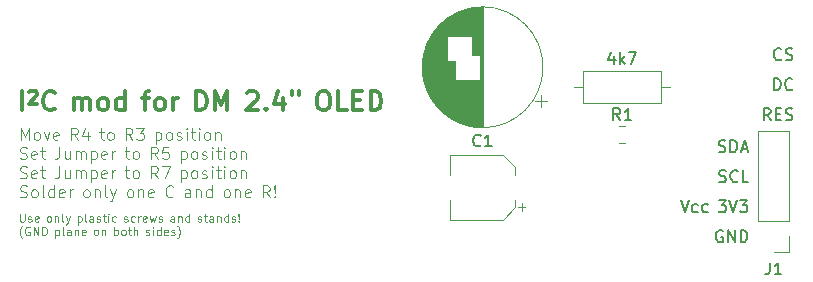
<source format=gbr>
%TF.GenerationSoftware,KiCad,Pcbnew,(6.99.0-1006-g2560c8f31b)*%
%TF.CreationDate,2022-03-06T12:20:51+01:00*%
%TF.ProjectId,freeDSP-aurora-extension-i2C-mod-display,66726565-4453-4502-9d61-75726f72612d,v1.1*%
%TF.SameCoordinates,Original*%
%TF.FileFunction,Legend,Top*%
%TF.FilePolarity,Positive*%
%FSLAX46Y46*%
G04 Gerber Fmt 4.6, Leading zero omitted, Abs format (unit mm)*
G04 Created by KiCad (PCBNEW (6.99.0-1006-g2560c8f31b)) date 2022-03-06 12:20:51*
%MOMM*%
%LPD*%
G01*
G04 APERTURE LIST*
%ADD10C,0.150000*%
%ADD11C,0.300000*%
%ADD12C,0.075000*%
%ADD13C,0.100000*%
%ADD14C,0.120000*%
G04 APERTURE END LIST*
D10*
X165728380Y-96808380D02*
X165395047Y-96332190D01*
X165156952Y-96808380D02*
X165156952Y-95808380D01*
X165156952Y-95808380D02*
X165537904Y-95808380D01*
X165537904Y-95808380D02*
X165633142Y-95856000D01*
X165633142Y-95856000D02*
X165680761Y-95903619D01*
X165680761Y-95903619D02*
X165728380Y-95998857D01*
X165728380Y-95998857D02*
X165728380Y-96141714D01*
X165728380Y-96141714D02*
X165680761Y-96236952D01*
X165680761Y-96236952D02*
X165633142Y-96284571D01*
X165633142Y-96284571D02*
X165537904Y-96332190D01*
X165537904Y-96332190D02*
X165156952Y-96332190D01*
X166156952Y-96284571D02*
X166490285Y-96284571D01*
X166633142Y-96808380D02*
X166156952Y-96808380D01*
X166156952Y-96808380D02*
X166156952Y-95808380D01*
X166156952Y-95808380D02*
X166633142Y-95808380D01*
X167014095Y-96760761D02*
X167156952Y-96808380D01*
X167156952Y-96808380D02*
X167395047Y-96808380D01*
X167395047Y-96808380D02*
X167490285Y-96760761D01*
X167490285Y-96760761D02*
X167537904Y-96713142D01*
X167537904Y-96713142D02*
X167585523Y-96617904D01*
X167585523Y-96617904D02*
X167585523Y-96522666D01*
X167585523Y-96522666D02*
X167537904Y-96427428D01*
X167537904Y-96427428D02*
X167490285Y-96379809D01*
X167490285Y-96379809D02*
X167395047Y-96332190D01*
X167395047Y-96332190D02*
X167204571Y-96284571D01*
X167204571Y-96284571D02*
X167109333Y-96236952D01*
X167109333Y-96236952D02*
X167061714Y-96189333D01*
X167061714Y-96189333D02*
X167014095Y-96094095D01*
X167014095Y-96094095D02*
X167014095Y-95998857D01*
X167014095Y-95998857D02*
X167061714Y-95903619D01*
X167061714Y-95903619D02*
X167109333Y-95856000D01*
X167109333Y-95856000D02*
X167204571Y-95808380D01*
X167204571Y-95808380D02*
X167442666Y-95808380D01*
X167442666Y-95808380D02*
X167585523Y-95856000D01*
D11*
X102380952Y-95973809D02*
X102380952Y-94373809D01*
X102975238Y-94423333D02*
X103028571Y-94370000D01*
X103028571Y-94370000D02*
X103135238Y-94316666D01*
X103135238Y-94316666D02*
X103401905Y-94316666D01*
X103401905Y-94316666D02*
X103508571Y-94370000D01*
X103508571Y-94370000D02*
X103561905Y-94423333D01*
X103561905Y-94423333D02*
X103615238Y-94530000D01*
X103615238Y-94530000D02*
X103615238Y-94636666D01*
X103615238Y-94636666D02*
X103561905Y-94796666D01*
X103561905Y-94796666D02*
X102921905Y-95436666D01*
X102921905Y-95436666D02*
X103615238Y-95436666D01*
X105123810Y-95821428D02*
X105047619Y-95897619D01*
X105047619Y-95897619D02*
X104819048Y-95973809D01*
X104819048Y-95973809D02*
X104666667Y-95973809D01*
X104666667Y-95973809D02*
X104438095Y-95897619D01*
X104438095Y-95897619D02*
X104285714Y-95745238D01*
X104285714Y-95745238D02*
X104209524Y-95592857D01*
X104209524Y-95592857D02*
X104133333Y-95288095D01*
X104133333Y-95288095D02*
X104133333Y-95059523D01*
X104133333Y-95059523D02*
X104209524Y-94754761D01*
X104209524Y-94754761D02*
X104285714Y-94602380D01*
X104285714Y-94602380D02*
X104438095Y-94450000D01*
X104438095Y-94450000D02*
X104666667Y-94373809D01*
X104666667Y-94373809D02*
X104819048Y-94373809D01*
X104819048Y-94373809D02*
X105047619Y-94450000D01*
X105047619Y-94450000D02*
X105123810Y-94526190D01*
X106769524Y-95973809D02*
X106769524Y-94907142D01*
X106769524Y-95059523D02*
X106845714Y-94983333D01*
X106845714Y-94983333D02*
X106998095Y-94907142D01*
X106998095Y-94907142D02*
X107226667Y-94907142D01*
X107226667Y-94907142D02*
X107379048Y-94983333D01*
X107379048Y-94983333D02*
X107455238Y-95135714D01*
X107455238Y-95135714D02*
X107455238Y-95973809D01*
X107455238Y-95135714D02*
X107531429Y-94983333D01*
X107531429Y-94983333D02*
X107683810Y-94907142D01*
X107683810Y-94907142D02*
X107912381Y-94907142D01*
X107912381Y-94907142D02*
X108064762Y-94983333D01*
X108064762Y-94983333D02*
X108140952Y-95135714D01*
X108140952Y-95135714D02*
X108140952Y-95973809D01*
X109131428Y-95973809D02*
X108979047Y-95897619D01*
X108979047Y-95897619D02*
X108902857Y-95821428D01*
X108902857Y-95821428D02*
X108826666Y-95669047D01*
X108826666Y-95669047D02*
X108826666Y-95211904D01*
X108826666Y-95211904D02*
X108902857Y-95059523D01*
X108902857Y-95059523D02*
X108979047Y-94983333D01*
X108979047Y-94983333D02*
X109131428Y-94907142D01*
X109131428Y-94907142D02*
X109360000Y-94907142D01*
X109360000Y-94907142D02*
X109512381Y-94983333D01*
X109512381Y-94983333D02*
X109588571Y-95059523D01*
X109588571Y-95059523D02*
X109664762Y-95211904D01*
X109664762Y-95211904D02*
X109664762Y-95669047D01*
X109664762Y-95669047D02*
X109588571Y-95821428D01*
X109588571Y-95821428D02*
X109512381Y-95897619D01*
X109512381Y-95897619D02*
X109360000Y-95973809D01*
X109360000Y-95973809D02*
X109131428Y-95973809D01*
X111036190Y-95973809D02*
X111036190Y-94373809D01*
X111036190Y-95897619D02*
X110883809Y-95973809D01*
X110883809Y-95973809D02*
X110579047Y-95973809D01*
X110579047Y-95973809D02*
X110426666Y-95897619D01*
X110426666Y-95897619D02*
X110350476Y-95821428D01*
X110350476Y-95821428D02*
X110274285Y-95669047D01*
X110274285Y-95669047D02*
X110274285Y-95211904D01*
X110274285Y-95211904D02*
X110350476Y-95059523D01*
X110350476Y-95059523D02*
X110426666Y-94983333D01*
X110426666Y-94983333D02*
X110579047Y-94907142D01*
X110579047Y-94907142D02*
X110883809Y-94907142D01*
X110883809Y-94907142D02*
X111036190Y-94983333D01*
X112529523Y-94907142D02*
X113139047Y-94907142D01*
X112758095Y-95973809D02*
X112758095Y-94602380D01*
X112758095Y-94602380D02*
X112834285Y-94450000D01*
X112834285Y-94450000D02*
X112986666Y-94373809D01*
X112986666Y-94373809D02*
X113139047Y-94373809D01*
X113900952Y-95973809D02*
X113748571Y-95897619D01*
X113748571Y-95897619D02*
X113672381Y-95821428D01*
X113672381Y-95821428D02*
X113596190Y-95669047D01*
X113596190Y-95669047D02*
X113596190Y-95211904D01*
X113596190Y-95211904D02*
X113672381Y-95059523D01*
X113672381Y-95059523D02*
X113748571Y-94983333D01*
X113748571Y-94983333D02*
X113900952Y-94907142D01*
X113900952Y-94907142D02*
X114129524Y-94907142D01*
X114129524Y-94907142D02*
X114281905Y-94983333D01*
X114281905Y-94983333D02*
X114358095Y-95059523D01*
X114358095Y-95059523D02*
X114434286Y-95211904D01*
X114434286Y-95211904D02*
X114434286Y-95669047D01*
X114434286Y-95669047D02*
X114358095Y-95821428D01*
X114358095Y-95821428D02*
X114281905Y-95897619D01*
X114281905Y-95897619D02*
X114129524Y-95973809D01*
X114129524Y-95973809D02*
X113900952Y-95973809D01*
X115120000Y-95973809D02*
X115120000Y-94907142D01*
X115120000Y-95211904D02*
X115196190Y-95059523D01*
X115196190Y-95059523D02*
X115272381Y-94983333D01*
X115272381Y-94983333D02*
X115424762Y-94907142D01*
X115424762Y-94907142D02*
X115577143Y-94907142D01*
X117070476Y-95973809D02*
X117070476Y-94373809D01*
X117070476Y-94373809D02*
X117451428Y-94373809D01*
X117451428Y-94373809D02*
X117680000Y-94450000D01*
X117680000Y-94450000D02*
X117832381Y-94602380D01*
X117832381Y-94602380D02*
X117908571Y-94754761D01*
X117908571Y-94754761D02*
X117984762Y-95059523D01*
X117984762Y-95059523D02*
X117984762Y-95288095D01*
X117984762Y-95288095D02*
X117908571Y-95592857D01*
X117908571Y-95592857D02*
X117832381Y-95745238D01*
X117832381Y-95745238D02*
X117680000Y-95897619D01*
X117680000Y-95897619D02*
X117451428Y-95973809D01*
X117451428Y-95973809D02*
X117070476Y-95973809D01*
X118670476Y-95973809D02*
X118670476Y-94373809D01*
X118670476Y-94373809D02*
X119203809Y-95516666D01*
X119203809Y-95516666D02*
X119737143Y-94373809D01*
X119737143Y-94373809D02*
X119737143Y-95973809D01*
X121382856Y-94526190D02*
X121459047Y-94450000D01*
X121459047Y-94450000D02*
X121611428Y-94373809D01*
X121611428Y-94373809D02*
X121992380Y-94373809D01*
X121992380Y-94373809D02*
X122144761Y-94450000D01*
X122144761Y-94450000D02*
X122220952Y-94526190D01*
X122220952Y-94526190D02*
X122297142Y-94678571D01*
X122297142Y-94678571D02*
X122297142Y-94830952D01*
X122297142Y-94830952D02*
X122220952Y-95059523D01*
X122220952Y-95059523D02*
X121306666Y-95973809D01*
X121306666Y-95973809D02*
X122297142Y-95973809D01*
X122982857Y-95821428D02*
X123059047Y-95897619D01*
X123059047Y-95897619D02*
X122982857Y-95973809D01*
X122982857Y-95973809D02*
X122906666Y-95897619D01*
X122906666Y-95897619D02*
X122982857Y-95821428D01*
X122982857Y-95821428D02*
X122982857Y-95973809D01*
X124430476Y-94907142D02*
X124430476Y-95973809D01*
X124049524Y-94297619D02*
X123668571Y-95440476D01*
X123668571Y-95440476D02*
X124659048Y-95440476D01*
X125192381Y-94373809D02*
X125192381Y-94678571D01*
X125801905Y-94373809D02*
X125801905Y-94678571D01*
X127752382Y-94373809D02*
X128057144Y-94373809D01*
X128057144Y-94373809D02*
X128209525Y-94450000D01*
X128209525Y-94450000D02*
X128361906Y-94602380D01*
X128361906Y-94602380D02*
X128438096Y-94907142D01*
X128438096Y-94907142D02*
X128438096Y-95440476D01*
X128438096Y-95440476D02*
X128361906Y-95745238D01*
X128361906Y-95745238D02*
X128209525Y-95897619D01*
X128209525Y-95897619D02*
X128057144Y-95973809D01*
X128057144Y-95973809D02*
X127752382Y-95973809D01*
X127752382Y-95973809D02*
X127600001Y-95897619D01*
X127600001Y-95897619D02*
X127447620Y-95745238D01*
X127447620Y-95745238D02*
X127371429Y-95440476D01*
X127371429Y-95440476D02*
X127371429Y-94907142D01*
X127371429Y-94907142D02*
X127447620Y-94602380D01*
X127447620Y-94602380D02*
X127600001Y-94450000D01*
X127600001Y-94450000D02*
X127752382Y-94373809D01*
X129885715Y-95973809D02*
X129123810Y-95973809D01*
X129123810Y-95973809D02*
X129123810Y-94373809D01*
X130419048Y-95135714D02*
X130952381Y-95135714D01*
X131180953Y-95973809D02*
X130419048Y-95973809D01*
X130419048Y-95973809D02*
X130419048Y-94373809D01*
X130419048Y-94373809D02*
X131180953Y-94373809D01*
X131866667Y-95973809D02*
X131866667Y-94373809D01*
X131866667Y-94373809D02*
X132247619Y-94373809D01*
X132247619Y-94373809D02*
X132476191Y-94450000D01*
X132476191Y-94450000D02*
X132628572Y-94602380D01*
X132628572Y-94602380D02*
X132704762Y-94754761D01*
X132704762Y-94754761D02*
X132780953Y-95059523D01*
X132780953Y-95059523D02*
X132780953Y-95288095D01*
X132780953Y-95288095D02*
X132704762Y-95592857D01*
X132704762Y-95592857D02*
X132628572Y-95745238D01*
X132628572Y-95745238D02*
X132476191Y-95897619D01*
X132476191Y-95897619D02*
X132247619Y-95973809D01*
X132247619Y-95973809D02*
X131866667Y-95973809D01*
D10*
X158118904Y-103592380D02*
X158452237Y-104592380D01*
X158452237Y-104592380D02*
X158785570Y-103592380D01*
X159547475Y-104544761D02*
X159452237Y-104592380D01*
X159452237Y-104592380D02*
X159261761Y-104592380D01*
X159261761Y-104592380D02*
X159166523Y-104544761D01*
X159166523Y-104544761D02*
X159118904Y-104497142D01*
X159118904Y-104497142D02*
X159071285Y-104401904D01*
X159071285Y-104401904D02*
X159071285Y-104116190D01*
X159071285Y-104116190D02*
X159118904Y-104020952D01*
X159118904Y-104020952D02*
X159166523Y-103973333D01*
X159166523Y-103973333D02*
X159261761Y-103925714D01*
X159261761Y-103925714D02*
X159452237Y-103925714D01*
X159452237Y-103925714D02*
X159547475Y-103973333D01*
X160404618Y-104544761D02*
X160309380Y-104592380D01*
X160309380Y-104592380D02*
X160118904Y-104592380D01*
X160118904Y-104592380D02*
X160023666Y-104544761D01*
X160023666Y-104544761D02*
X159976047Y-104497142D01*
X159976047Y-104497142D02*
X159928428Y-104401904D01*
X159928428Y-104401904D02*
X159928428Y-104116190D01*
X159928428Y-104116190D02*
X159976047Y-104020952D01*
X159976047Y-104020952D02*
X160023666Y-103973333D01*
X160023666Y-103973333D02*
X160118904Y-103925714D01*
X160118904Y-103925714D02*
X160309380Y-103925714D01*
X160309380Y-103925714D02*
X160404618Y-103973333D01*
X161337952Y-103592380D02*
X161956999Y-103592380D01*
X161956999Y-103592380D02*
X161623666Y-103973333D01*
X161623666Y-103973333D02*
X161766523Y-103973333D01*
X161766523Y-103973333D02*
X161861761Y-104020952D01*
X161861761Y-104020952D02*
X161909380Y-104068571D01*
X161909380Y-104068571D02*
X161956999Y-104163809D01*
X161956999Y-104163809D02*
X161956999Y-104401904D01*
X161956999Y-104401904D02*
X161909380Y-104497142D01*
X161909380Y-104497142D02*
X161861761Y-104544761D01*
X161861761Y-104544761D02*
X161766523Y-104592380D01*
X161766523Y-104592380D02*
X161480809Y-104592380D01*
X161480809Y-104592380D02*
X161385571Y-104544761D01*
X161385571Y-104544761D02*
X161337952Y-104497142D01*
X162242714Y-103592380D02*
X162576047Y-104592380D01*
X162576047Y-104592380D02*
X162909380Y-103592380D01*
X163147476Y-103592380D02*
X163766523Y-103592380D01*
X163766523Y-103592380D02*
X163433190Y-103973333D01*
X163433190Y-103973333D02*
X163576047Y-103973333D01*
X163576047Y-103973333D02*
X163671285Y-104020952D01*
X163671285Y-104020952D02*
X163718904Y-104068571D01*
X163718904Y-104068571D02*
X163766523Y-104163809D01*
X163766523Y-104163809D02*
X163766523Y-104401904D01*
X163766523Y-104401904D02*
X163718904Y-104497142D01*
X163718904Y-104497142D02*
X163671285Y-104544761D01*
X163671285Y-104544761D02*
X163576047Y-104592380D01*
X163576047Y-104592380D02*
X163290333Y-104592380D01*
X163290333Y-104592380D02*
X163195095Y-104544761D01*
X163195095Y-104544761D02*
X163147476Y-104497142D01*
D12*
X102166666Y-104713666D02*
X102166666Y-105280333D01*
X102166666Y-105280333D02*
X102200000Y-105347000D01*
X102200000Y-105347000D02*
X102233333Y-105380333D01*
X102233333Y-105380333D02*
X102300000Y-105413666D01*
X102300000Y-105413666D02*
X102433333Y-105413666D01*
X102433333Y-105413666D02*
X102500000Y-105380333D01*
X102500000Y-105380333D02*
X102533333Y-105347000D01*
X102533333Y-105347000D02*
X102566666Y-105280333D01*
X102566666Y-105280333D02*
X102566666Y-104713666D01*
X102866666Y-105380333D02*
X102933333Y-105413666D01*
X102933333Y-105413666D02*
X103066666Y-105413666D01*
X103066666Y-105413666D02*
X103133333Y-105380333D01*
X103133333Y-105380333D02*
X103166666Y-105313666D01*
X103166666Y-105313666D02*
X103166666Y-105280333D01*
X103166666Y-105280333D02*
X103133333Y-105213666D01*
X103133333Y-105213666D02*
X103066666Y-105180333D01*
X103066666Y-105180333D02*
X102966666Y-105180333D01*
X102966666Y-105180333D02*
X102899999Y-105147000D01*
X102899999Y-105147000D02*
X102866666Y-105080333D01*
X102866666Y-105080333D02*
X102866666Y-105047000D01*
X102866666Y-105047000D02*
X102899999Y-104980333D01*
X102899999Y-104980333D02*
X102966666Y-104947000D01*
X102966666Y-104947000D02*
X103066666Y-104947000D01*
X103066666Y-104947000D02*
X103133333Y-104980333D01*
X103733333Y-105380333D02*
X103666666Y-105413666D01*
X103666666Y-105413666D02*
X103533333Y-105413666D01*
X103533333Y-105413666D02*
X103466666Y-105380333D01*
X103466666Y-105380333D02*
X103433333Y-105313666D01*
X103433333Y-105313666D02*
X103433333Y-105047000D01*
X103433333Y-105047000D02*
X103466666Y-104980333D01*
X103466666Y-104980333D02*
X103533333Y-104947000D01*
X103533333Y-104947000D02*
X103666666Y-104947000D01*
X103666666Y-104947000D02*
X103733333Y-104980333D01*
X103733333Y-104980333D02*
X103766666Y-105047000D01*
X103766666Y-105047000D02*
X103766666Y-105113666D01*
X103766666Y-105113666D02*
X103433333Y-105180333D01*
X104586666Y-105413666D02*
X104520000Y-105380333D01*
X104520000Y-105380333D02*
X104486666Y-105347000D01*
X104486666Y-105347000D02*
X104453333Y-105280333D01*
X104453333Y-105280333D02*
X104453333Y-105080333D01*
X104453333Y-105080333D02*
X104486666Y-105013666D01*
X104486666Y-105013666D02*
X104520000Y-104980333D01*
X104520000Y-104980333D02*
X104586666Y-104947000D01*
X104586666Y-104947000D02*
X104686666Y-104947000D01*
X104686666Y-104947000D02*
X104753333Y-104980333D01*
X104753333Y-104980333D02*
X104786666Y-105013666D01*
X104786666Y-105013666D02*
X104820000Y-105080333D01*
X104820000Y-105080333D02*
X104820000Y-105280333D01*
X104820000Y-105280333D02*
X104786666Y-105347000D01*
X104786666Y-105347000D02*
X104753333Y-105380333D01*
X104753333Y-105380333D02*
X104686666Y-105413666D01*
X104686666Y-105413666D02*
X104586666Y-105413666D01*
X105119999Y-104947000D02*
X105119999Y-105413666D01*
X105119999Y-105013666D02*
X105153333Y-104980333D01*
X105153333Y-104980333D02*
X105219999Y-104947000D01*
X105219999Y-104947000D02*
X105319999Y-104947000D01*
X105319999Y-104947000D02*
X105386666Y-104980333D01*
X105386666Y-104980333D02*
X105419999Y-105047000D01*
X105419999Y-105047000D02*
X105419999Y-105413666D01*
X105853332Y-105413666D02*
X105786666Y-105380333D01*
X105786666Y-105380333D02*
X105753332Y-105313666D01*
X105753332Y-105313666D02*
X105753332Y-104713666D01*
X106053333Y-104947000D02*
X106219999Y-105413666D01*
X106386666Y-104947000D02*
X106219999Y-105413666D01*
X106219999Y-105413666D02*
X106153333Y-105580333D01*
X106153333Y-105580333D02*
X106119999Y-105613666D01*
X106119999Y-105613666D02*
X106053333Y-105647000D01*
X107073332Y-104947000D02*
X107073332Y-105647000D01*
X107073332Y-104980333D02*
X107139999Y-104947000D01*
X107139999Y-104947000D02*
X107273332Y-104947000D01*
X107273332Y-104947000D02*
X107339999Y-104980333D01*
X107339999Y-104980333D02*
X107373332Y-105013666D01*
X107373332Y-105013666D02*
X107406666Y-105080333D01*
X107406666Y-105080333D02*
X107406666Y-105280333D01*
X107406666Y-105280333D02*
X107373332Y-105347000D01*
X107373332Y-105347000D02*
X107339999Y-105380333D01*
X107339999Y-105380333D02*
X107273332Y-105413666D01*
X107273332Y-105413666D02*
X107139999Y-105413666D01*
X107139999Y-105413666D02*
X107073332Y-105380333D01*
X107806665Y-105413666D02*
X107739999Y-105380333D01*
X107739999Y-105380333D02*
X107706665Y-105313666D01*
X107706665Y-105313666D02*
X107706665Y-104713666D01*
X108373332Y-105413666D02*
X108373332Y-105047000D01*
X108373332Y-105047000D02*
X108339999Y-104980333D01*
X108339999Y-104980333D02*
X108273332Y-104947000D01*
X108273332Y-104947000D02*
X108139999Y-104947000D01*
X108139999Y-104947000D02*
X108073332Y-104980333D01*
X108373332Y-105380333D02*
X108306666Y-105413666D01*
X108306666Y-105413666D02*
X108139999Y-105413666D01*
X108139999Y-105413666D02*
X108073332Y-105380333D01*
X108073332Y-105380333D02*
X108039999Y-105313666D01*
X108039999Y-105313666D02*
X108039999Y-105247000D01*
X108039999Y-105247000D02*
X108073332Y-105180333D01*
X108073332Y-105180333D02*
X108139999Y-105147000D01*
X108139999Y-105147000D02*
X108306666Y-105147000D01*
X108306666Y-105147000D02*
X108373332Y-105113666D01*
X108673332Y-105380333D02*
X108739999Y-105413666D01*
X108739999Y-105413666D02*
X108873332Y-105413666D01*
X108873332Y-105413666D02*
X108939999Y-105380333D01*
X108939999Y-105380333D02*
X108973332Y-105313666D01*
X108973332Y-105313666D02*
X108973332Y-105280333D01*
X108973332Y-105280333D02*
X108939999Y-105213666D01*
X108939999Y-105213666D02*
X108873332Y-105180333D01*
X108873332Y-105180333D02*
X108773332Y-105180333D01*
X108773332Y-105180333D02*
X108706665Y-105147000D01*
X108706665Y-105147000D02*
X108673332Y-105080333D01*
X108673332Y-105080333D02*
X108673332Y-105047000D01*
X108673332Y-105047000D02*
X108706665Y-104980333D01*
X108706665Y-104980333D02*
X108773332Y-104947000D01*
X108773332Y-104947000D02*
X108873332Y-104947000D01*
X108873332Y-104947000D02*
X108939999Y-104980333D01*
X109173332Y-104947000D02*
X109439999Y-104947000D01*
X109273332Y-104713666D02*
X109273332Y-105313666D01*
X109273332Y-105313666D02*
X109306666Y-105380333D01*
X109306666Y-105380333D02*
X109373332Y-105413666D01*
X109373332Y-105413666D02*
X109439999Y-105413666D01*
X109673332Y-105413666D02*
X109673332Y-104947000D01*
X109673332Y-104713666D02*
X109639999Y-104747000D01*
X109639999Y-104747000D02*
X109673332Y-104780333D01*
X109673332Y-104780333D02*
X109706666Y-104747000D01*
X109706666Y-104747000D02*
X109673332Y-104713666D01*
X109673332Y-104713666D02*
X109673332Y-104780333D01*
X110306665Y-105380333D02*
X110239999Y-105413666D01*
X110239999Y-105413666D02*
X110106665Y-105413666D01*
X110106665Y-105413666D02*
X110039999Y-105380333D01*
X110039999Y-105380333D02*
X110006665Y-105347000D01*
X110006665Y-105347000D02*
X109973332Y-105280333D01*
X109973332Y-105280333D02*
X109973332Y-105080333D01*
X109973332Y-105080333D02*
X110006665Y-105013666D01*
X110006665Y-105013666D02*
X110039999Y-104980333D01*
X110039999Y-104980333D02*
X110106665Y-104947000D01*
X110106665Y-104947000D02*
X110239999Y-104947000D01*
X110239999Y-104947000D02*
X110306665Y-104980333D01*
X110993332Y-105380333D02*
X111059999Y-105413666D01*
X111059999Y-105413666D02*
X111193332Y-105413666D01*
X111193332Y-105413666D02*
X111259999Y-105380333D01*
X111259999Y-105380333D02*
X111293332Y-105313666D01*
X111293332Y-105313666D02*
X111293332Y-105280333D01*
X111293332Y-105280333D02*
X111259999Y-105213666D01*
X111259999Y-105213666D02*
X111193332Y-105180333D01*
X111193332Y-105180333D02*
X111093332Y-105180333D01*
X111093332Y-105180333D02*
X111026665Y-105147000D01*
X111026665Y-105147000D02*
X110993332Y-105080333D01*
X110993332Y-105080333D02*
X110993332Y-105047000D01*
X110993332Y-105047000D02*
X111026665Y-104980333D01*
X111026665Y-104980333D02*
X111093332Y-104947000D01*
X111093332Y-104947000D02*
X111193332Y-104947000D01*
X111193332Y-104947000D02*
X111259999Y-104980333D01*
X111893332Y-105380333D02*
X111826666Y-105413666D01*
X111826666Y-105413666D02*
X111693332Y-105413666D01*
X111693332Y-105413666D02*
X111626666Y-105380333D01*
X111626666Y-105380333D02*
X111593332Y-105347000D01*
X111593332Y-105347000D02*
X111559999Y-105280333D01*
X111559999Y-105280333D02*
X111559999Y-105080333D01*
X111559999Y-105080333D02*
X111593332Y-105013666D01*
X111593332Y-105013666D02*
X111626666Y-104980333D01*
X111626666Y-104980333D02*
X111693332Y-104947000D01*
X111693332Y-104947000D02*
X111826666Y-104947000D01*
X111826666Y-104947000D02*
X111893332Y-104980333D01*
X112193332Y-105413666D02*
X112193332Y-104947000D01*
X112193332Y-105080333D02*
X112226666Y-105013666D01*
X112226666Y-105013666D02*
X112259999Y-104980333D01*
X112259999Y-104980333D02*
X112326666Y-104947000D01*
X112326666Y-104947000D02*
X112393332Y-104947000D01*
X112893332Y-105380333D02*
X112826665Y-105413666D01*
X112826665Y-105413666D02*
X112693332Y-105413666D01*
X112693332Y-105413666D02*
X112626665Y-105380333D01*
X112626665Y-105380333D02*
X112593332Y-105313666D01*
X112593332Y-105313666D02*
X112593332Y-105047000D01*
X112593332Y-105047000D02*
X112626665Y-104980333D01*
X112626665Y-104980333D02*
X112693332Y-104947000D01*
X112693332Y-104947000D02*
X112826665Y-104947000D01*
X112826665Y-104947000D02*
X112893332Y-104980333D01*
X112893332Y-104980333D02*
X112926665Y-105047000D01*
X112926665Y-105047000D02*
X112926665Y-105113666D01*
X112926665Y-105113666D02*
X112593332Y-105180333D01*
X113159999Y-104947000D02*
X113293332Y-105413666D01*
X113293332Y-105413666D02*
X113426665Y-105080333D01*
X113426665Y-105080333D02*
X113559999Y-105413666D01*
X113559999Y-105413666D02*
X113693332Y-104947000D01*
X113926665Y-105380333D02*
X113993332Y-105413666D01*
X113993332Y-105413666D02*
X114126665Y-105413666D01*
X114126665Y-105413666D02*
X114193332Y-105380333D01*
X114193332Y-105380333D02*
X114226665Y-105313666D01*
X114226665Y-105313666D02*
X114226665Y-105280333D01*
X114226665Y-105280333D02*
X114193332Y-105213666D01*
X114193332Y-105213666D02*
X114126665Y-105180333D01*
X114126665Y-105180333D02*
X114026665Y-105180333D01*
X114026665Y-105180333D02*
X113959998Y-105147000D01*
X113959998Y-105147000D02*
X113926665Y-105080333D01*
X113926665Y-105080333D02*
X113926665Y-105047000D01*
X113926665Y-105047000D02*
X113959998Y-104980333D01*
X113959998Y-104980333D02*
X114026665Y-104947000D01*
X114026665Y-104947000D02*
X114126665Y-104947000D01*
X114126665Y-104947000D02*
X114193332Y-104980333D01*
X115246665Y-105413666D02*
X115246665Y-105047000D01*
X115246665Y-105047000D02*
X115213332Y-104980333D01*
X115213332Y-104980333D02*
X115146665Y-104947000D01*
X115146665Y-104947000D02*
X115013332Y-104947000D01*
X115013332Y-104947000D02*
X114946665Y-104980333D01*
X115246665Y-105380333D02*
X115179999Y-105413666D01*
X115179999Y-105413666D02*
X115013332Y-105413666D01*
X115013332Y-105413666D02*
X114946665Y-105380333D01*
X114946665Y-105380333D02*
X114913332Y-105313666D01*
X114913332Y-105313666D02*
X114913332Y-105247000D01*
X114913332Y-105247000D02*
X114946665Y-105180333D01*
X114946665Y-105180333D02*
X115013332Y-105147000D01*
X115013332Y-105147000D02*
X115179999Y-105147000D01*
X115179999Y-105147000D02*
X115246665Y-105113666D01*
X115579998Y-104947000D02*
X115579998Y-105413666D01*
X115579998Y-105013666D02*
X115613332Y-104980333D01*
X115613332Y-104980333D02*
X115679998Y-104947000D01*
X115679998Y-104947000D02*
X115779998Y-104947000D01*
X115779998Y-104947000D02*
X115846665Y-104980333D01*
X115846665Y-104980333D02*
X115879998Y-105047000D01*
X115879998Y-105047000D02*
X115879998Y-105413666D01*
X116513331Y-105413666D02*
X116513331Y-104713666D01*
X116513331Y-105380333D02*
X116446665Y-105413666D01*
X116446665Y-105413666D02*
X116313331Y-105413666D01*
X116313331Y-105413666D02*
X116246665Y-105380333D01*
X116246665Y-105380333D02*
X116213331Y-105347000D01*
X116213331Y-105347000D02*
X116179998Y-105280333D01*
X116179998Y-105280333D02*
X116179998Y-105080333D01*
X116179998Y-105080333D02*
X116213331Y-105013666D01*
X116213331Y-105013666D02*
X116246665Y-104980333D01*
X116246665Y-104980333D02*
X116313331Y-104947000D01*
X116313331Y-104947000D02*
X116446665Y-104947000D01*
X116446665Y-104947000D02*
X116513331Y-104980333D01*
X117233331Y-105380333D02*
X117299998Y-105413666D01*
X117299998Y-105413666D02*
X117433331Y-105413666D01*
X117433331Y-105413666D02*
X117499998Y-105380333D01*
X117499998Y-105380333D02*
X117533331Y-105313666D01*
X117533331Y-105313666D02*
X117533331Y-105280333D01*
X117533331Y-105280333D02*
X117499998Y-105213666D01*
X117499998Y-105213666D02*
X117433331Y-105180333D01*
X117433331Y-105180333D02*
X117333331Y-105180333D01*
X117333331Y-105180333D02*
X117266664Y-105147000D01*
X117266664Y-105147000D02*
X117233331Y-105080333D01*
X117233331Y-105080333D02*
X117233331Y-105047000D01*
X117233331Y-105047000D02*
X117266664Y-104980333D01*
X117266664Y-104980333D02*
X117333331Y-104947000D01*
X117333331Y-104947000D02*
X117433331Y-104947000D01*
X117433331Y-104947000D02*
X117499998Y-104980333D01*
X117733331Y-104947000D02*
X117999998Y-104947000D01*
X117833331Y-104713666D02*
X117833331Y-105313666D01*
X117833331Y-105313666D02*
X117866665Y-105380333D01*
X117866665Y-105380333D02*
X117933331Y-105413666D01*
X117933331Y-105413666D02*
X117999998Y-105413666D01*
X118533331Y-105413666D02*
X118533331Y-105047000D01*
X118533331Y-105047000D02*
X118499998Y-104980333D01*
X118499998Y-104980333D02*
X118433331Y-104947000D01*
X118433331Y-104947000D02*
X118299998Y-104947000D01*
X118299998Y-104947000D02*
X118233331Y-104980333D01*
X118533331Y-105380333D02*
X118466665Y-105413666D01*
X118466665Y-105413666D02*
X118299998Y-105413666D01*
X118299998Y-105413666D02*
X118233331Y-105380333D01*
X118233331Y-105380333D02*
X118199998Y-105313666D01*
X118199998Y-105313666D02*
X118199998Y-105247000D01*
X118199998Y-105247000D02*
X118233331Y-105180333D01*
X118233331Y-105180333D02*
X118299998Y-105147000D01*
X118299998Y-105147000D02*
X118466665Y-105147000D01*
X118466665Y-105147000D02*
X118533331Y-105113666D01*
X118866664Y-104947000D02*
X118866664Y-105413666D01*
X118866664Y-105013666D02*
X118899998Y-104980333D01*
X118899998Y-104980333D02*
X118966664Y-104947000D01*
X118966664Y-104947000D02*
X119066664Y-104947000D01*
X119066664Y-104947000D02*
X119133331Y-104980333D01*
X119133331Y-104980333D02*
X119166664Y-105047000D01*
X119166664Y-105047000D02*
X119166664Y-105413666D01*
X119799997Y-105413666D02*
X119799997Y-104713666D01*
X119799997Y-105380333D02*
X119733331Y-105413666D01*
X119733331Y-105413666D02*
X119599997Y-105413666D01*
X119599997Y-105413666D02*
X119533331Y-105380333D01*
X119533331Y-105380333D02*
X119499997Y-105347000D01*
X119499997Y-105347000D02*
X119466664Y-105280333D01*
X119466664Y-105280333D02*
X119466664Y-105080333D01*
X119466664Y-105080333D02*
X119499997Y-105013666D01*
X119499997Y-105013666D02*
X119533331Y-104980333D01*
X119533331Y-104980333D02*
X119599997Y-104947000D01*
X119599997Y-104947000D02*
X119733331Y-104947000D01*
X119733331Y-104947000D02*
X119799997Y-104980333D01*
X120099997Y-105380333D02*
X120166664Y-105413666D01*
X120166664Y-105413666D02*
X120299997Y-105413666D01*
X120299997Y-105413666D02*
X120366664Y-105380333D01*
X120366664Y-105380333D02*
X120399997Y-105313666D01*
X120399997Y-105313666D02*
X120399997Y-105280333D01*
X120399997Y-105280333D02*
X120366664Y-105213666D01*
X120366664Y-105213666D02*
X120299997Y-105180333D01*
X120299997Y-105180333D02*
X120199997Y-105180333D01*
X120199997Y-105180333D02*
X120133330Y-105147000D01*
X120133330Y-105147000D02*
X120099997Y-105080333D01*
X120099997Y-105080333D02*
X120099997Y-105047000D01*
X120099997Y-105047000D02*
X120133330Y-104980333D01*
X120133330Y-104980333D02*
X120199997Y-104947000D01*
X120199997Y-104947000D02*
X120299997Y-104947000D01*
X120299997Y-104947000D02*
X120366664Y-104980333D01*
X120699997Y-105347000D02*
X120733331Y-105380333D01*
X120733331Y-105380333D02*
X120699997Y-105413666D01*
X120699997Y-105413666D02*
X120666664Y-105380333D01*
X120666664Y-105380333D02*
X120699997Y-105347000D01*
X120699997Y-105347000D02*
X120699997Y-105413666D01*
X120699997Y-105147000D02*
X120666664Y-104747000D01*
X120666664Y-104747000D02*
X120699997Y-104713666D01*
X120699997Y-104713666D02*
X120733331Y-104747000D01*
X120733331Y-104747000D02*
X120699997Y-105147000D01*
X120699997Y-105147000D02*
X120699997Y-104713666D01*
X102366666Y-106814333D02*
X102333333Y-106781000D01*
X102333333Y-106781000D02*
X102266666Y-106681000D01*
X102266666Y-106681000D02*
X102233333Y-106614333D01*
X102233333Y-106614333D02*
X102200000Y-106514333D01*
X102200000Y-106514333D02*
X102166666Y-106347666D01*
X102166666Y-106347666D02*
X102166666Y-106214333D01*
X102166666Y-106214333D02*
X102200000Y-106047666D01*
X102200000Y-106047666D02*
X102233333Y-105947666D01*
X102233333Y-105947666D02*
X102266666Y-105881000D01*
X102266666Y-105881000D02*
X102333333Y-105781000D01*
X102333333Y-105781000D02*
X102366666Y-105747666D01*
X103000000Y-105881000D02*
X102933333Y-105847666D01*
X102933333Y-105847666D02*
X102833333Y-105847666D01*
X102833333Y-105847666D02*
X102733333Y-105881000D01*
X102733333Y-105881000D02*
X102666667Y-105947666D01*
X102666667Y-105947666D02*
X102633333Y-106014333D01*
X102633333Y-106014333D02*
X102600000Y-106147666D01*
X102600000Y-106147666D02*
X102600000Y-106247666D01*
X102600000Y-106247666D02*
X102633333Y-106381000D01*
X102633333Y-106381000D02*
X102666667Y-106447666D01*
X102666667Y-106447666D02*
X102733333Y-106514333D01*
X102733333Y-106514333D02*
X102833333Y-106547666D01*
X102833333Y-106547666D02*
X102900000Y-106547666D01*
X102900000Y-106547666D02*
X103000000Y-106514333D01*
X103000000Y-106514333D02*
X103033333Y-106481000D01*
X103033333Y-106481000D02*
X103033333Y-106247666D01*
X103033333Y-106247666D02*
X102900000Y-106247666D01*
X103333333Y-106547666D02*
X103333333Y-105847666D01*
X103333333Y-105847666D02*
X103733333Y-106547666D01*
X103733333Y-106547666D02*
X103733333Y-105847666D01*
X104066666Y-106547666D02*
X104066666Y-105847666D01*
X104066666Y-105847666D02*
X104233333Y-105847666D01*
X104233333Y-105847666D02*
X104333333Y-105881000D01*
X104333333Y-105881000D02*
X104400000Y-105947666D01*
X104400000Y-105947666D02*
X104433333Y-106014333D01*
X104433333Y-106014333D02*
X104466666Y-106147666D01*
X104466666Y-106147666D02*
X104466666Y-106247666D01*
X104466666Y-106247666D02*
X104433333Y-106381000D01*
X104433333Y-106381000D02*
X104400000Y-106447666D01*
X104400000Y-106447666D02*
X104333333Y-106514333D01*
X104333333Y-106514333D02*
X104233333Y-106547666D01*
X104233333Y-106547666D02*
X104066666Y-106547666D01*
X105186666Y-106081000D02*
X105186666Y-106781000D01*
X105186666Y-106114333D02*
X105253333Y-106081000D01*
X105253333Y-106081000D02*
X105386666Y-106081000D01*
X105386666Y-106081000D02*
X105453333Y-106114333D01*
X105453333Y-106114333D02*
X105486666Y-106147666D01*
X105486666Y-106147666D02*
X105520000Y-106214333D01*
X105520000Y-106214333D02*
X105520000Y-106414333D01*
X105520000Y-106414333D02*
X105486666Y-106481000D01*
X105486666Y-106481000D02*
X105453333Y-106514333D01*
X105453333Y-106514333D02*
X105386666Y-106547666D01*
X105386666Y-106547666D02*
X105253333Y-106547666D01*
X105253333Y-106547666D02*
X105186666Y-106514333D01*
X105919999Y-106547666D02*
X105853333Y-106514333D01*
X105853333Y-106514333D02*
X105819999Y-106447666D01*
X105819999Y-106447666D02*
X105819999Y-105847666D01*
X106486666Y-106547666D02*
X106486666Y-106181000D01*
X106486666Y-106181000D02*
X106453333Y-106114333D01*
X106453333Y-106114333D02*
X106386666Y-106081000D01*
X106386666Y-106081000D02*
X106253333Y-106081000D01*
X106253333Y-106081000D02*
X106186666Y-106114333D01*
X106486666Y-106514333D02*
X106420000Y-106547666D01*
X106420000Y-106547666D02*
X106253333Y-106547666D01*
X106253333Y-106547666D02*
X106186666Y-106514333D01*
X106186666Y-106514333D02*
X106153333Y-106447666D01*
X106153333Y-106447666D02*
X106153333Y-106381000D01*
X106153333Y-106381000D02*
X106186666Y-106314333D01*
X106186666Y-106314333D02*
X106253333Y-106281000D01*
X106253333Y-106281000D02*
X106420000Y-106281000D01*
X106420000Y-106281000D02*
X106486666Y-106247666D01*
X106819999Y-106081000D02*
X106819999Y-106547666D01*
X106819999Y-106147666D02*
X106853333Y-106114333D01*
X106853333Y-106114333D02*
X106919999Y-106081000D01*
X106919999Y-106081000D02*
X107019999Y-106081000D01*
X107019999Y-106081000D02*
X107086666Y-106114333D01*
X107086666Y-106114333D02*
X107119999Y-106181000D01*
X107119999Y-106181000D02*
X107119999Y-106547666D01*
X107719999Y-106514333D02*
X107653332Y-106547666D01*
X107653332Y-106547666D02*
X107519999Y-106547666D01*
X107519999Y-106547666D02*
X107453332Y-106514333D01*
X107453332Y-106514333D02*
X107419999Y-106447666D01*
X107419999Y-106447666D02*
X107419999Y-106181000D01*
X107419999Y-106181000D02*
X107453332Y-106114333D01*
X107453332Y-106114333D02*
X107519999Y-106081000D01*
X107519999Y-106081000D02*
X107653332Y-106081000D01*
X107653332Y-106081000D02*
X107719999Y-106114333D01*
X107719999Y-106114333D02*
X107753332Y-106181000D01*
X107753332Y-106181000D02*
X107753332Y-106247666D01*
X107753332Y-106247666D02*
X107419999Y-106314333D01*
X108573332Y-106547666D02*
X108506666Y-106514333D01*
X108506666Y-106514333D02*
X108473332Y-106481000D01*
X108473332Y-106481000D02*
X108439999Y-106414333D01*
X108439999Y-106414333D02*
X108439999Y-106214333D01*
X108439999Y-106214333D02*
X108473332Y-106147666D01*
X108473332Y-106147666D02*
X108506666Y-106114333D01*
X108506666Y-106114333D02*
X108573332Y-106081000D01*
X108573332Y-106081000D02*
X108673332Y-106081000D01*
X108673332Y-106081000D02*
X108739999Y-106114333D01*
X108739999Y-106114333D02*
X108773332Y-106147666D01*
X108773332Y-106147666D02*
X108806666Y-106214333D01*
X108806666Y-106214333D02*
X108806666Y-106414333D01*
X108806666Y-106414333D02*
X108773332Y-106481000D01*
X108773332Y-106481000D02*
X108739999Y-106514333D01*
X108739999Y-106514333D02*
X108673332Y-106547666D01*
X108673332Y-106547666D02*
X108573332Y-106547666D01*
X109106665Y-106081000D02*
X109106665Y-106547666D01*
X109106665Y-106147666D02*
X109139999Y-106114333D01*
X109139999Y-106114333D02*
X109206665Y-106081000D01*
X109206665Y-106081000D02*
X109306665Y-106081000D01*
X109306665Y-106081000D02*
X109373332Y-106114333D01*
X109373332Y-106114333D02*
X109406665Y-106181000D01*
X109406665Y-106181000D02*
X109406665Y-106547666D01*
X110159998Y-106547666D02*
X110159998Y-105847666D01*
X110159998Y-106114333D02*
X110226665Y-106081000D01*
X110226665Y-106081000D02*
X110359998Y-106081000D01*
X110359998Y-106081000D02*
X110426665Y-106114333D01*
X110426665Y-106114333D02*
X110459998Y-106147666D01*
X110459998Y-106147666D02*
X110493332Y-106214333D01*
X110493332Y-106214333D02*
X110493332Y-106414333D01*
X110493332Y-106414333D02*
X110459998Y-106481000D01*
X110459998Y-106481000D02*
X110426665Y-106514333D01*
X110426665Y-106514333D02*
X110359998Y-106547666D01*
X110359998Y-106547666D02*
X110226665Y-106547666D01*
X110226665Y-106547666D02*
X110159998Y-106514333D01*
X110893331Y-106547666D02*
X110826665Y-106514333D01*
X110826665Y-106514333D02*
X110793331Y-106481000D01*
X110793331Y-106481000D02*
X110759998Y-106414333D01*
X110759998Y-106414333D02*
X110759998Y-106214333D01*
X110759998Y-106214333D02*
X110793331Y-106147666D01*
X110793331Y-106147666D02*
X110826665Y-106114333D01*
X110826665Y-106114333D02*
X110893331Y-106081000D01*
X110893331Y-106081000D02*
X110993331Y-106081000D01*
X110993331Y-106081000D02*
X111059998Y-106114333D01*
X111059998Y-106114333D02*
X111093331Y-106147666D01*
X111093331Y-106147666D02*
X111126665Y-106214333D01*
X111126665Y-106214333D02*
X111126665Y-106414333D01*
X111126665Y-106414333D02*
X111093331Y-106481000D01*
X111093331Y-106481000D02*
X111059998Y-106514333D01*
X111059998Y-106514333D02*
X110993331Y-106547666D01*
X110993331Y-106547666D02*
X110893331Y-106547666D01*
X111326664Y-106081000D02*
X111593331Y-106081000D01*
X111426664Y-105847666D02*
X111426664Y-106447666D01*
X111426664Y-106447666D02*
X111459998Y-106514333D01*
X111459998Y-106514333D02*
X111526664Y-106547666D01*
X111526664Y-106547666D02*
X111593331Y-106547666D01*
X111826664Y-106547666D02*
X111826664Y-105847666D01*
X112126664Y-106547666D02*
X112126664Y-106181000D01*
X112126664Y-106181000D02*
X112093331Y-106114333D01*
X112093331Y-106114333D02*
X112026664Y-106081000D01*
X112026664Y-106081000D02*
X111926664Y-106081000D01*
X111926664Y-106081000D02*
X111859998Y-106114333D01*
X111859998Y-106114333D02*
X111826664Y-106147666D01*
X112846664Y-106514333D02*
X112913331Y-106547666D01*
X112913331Y-106547666D02*
X113046664Y-106547666D01*
X113046664Y-106547666D02*
X113113331Y-106514333D01*
X113113331Y-106514333D02*
X113146664Y-106447666D01*
X113146664Y-106447666D02*
X113146664Y-106414333D01*
X113146664Y-106414333D02*
X113113331Y-106347666D01*
X113113331Y-106347666D02*
X113046664Y-106314333D01*
X113046664Y-106314333D02*
X112946664Y-106314333D01*
X112946664Y-106314333D02*
X112879997Y-106281000D01*
X112879997Y-106281000D02*
X112846664Y-106214333D01*
X112846664Y-106214333D02*
X112846664Y-106181000D01*
X112846664Y-106181000D02*
X112879997Y-106114333D01*
X112879997Y-106114333D02*
X112946664Y-106081000D01*
X112946664Y-106081000D02*
X113046664Y-106081000D01*
X113046664Y-106081000D02*
X113113331Y-106114333D01*
X113446664Y-106547666D02*
X113446664Y-106081000D01*
X113446664Y-105847666D02*
X113413331Y-105881000D01*
X113413331Y-105881000D02*
X113446664Y-105914333D01*
X113446664Y-105914333D02*
X113479998Y-105881000D01*
X113479998Y-105881000D02*
X113446664Y-105847666D01*
X113446664Y-105847666D02*
X113446664Y-105914333D01*
X114079997Y-106547666D02*
X114079997Y-105847666D01*
X114079997Y-106514333D02*
X114013331Y-106547666D01*
X114013331Y-106547666D02*
X113879997Y-106547666D01*
X113879997Y-106547666D02*
X113813331Y-106514333D01*
X113813331Y-106514333D02*
X113779997Y-106481000D01*
X113779997Y-106481000D02*
X113746664Y-106414333D01*
X113746664Y-106414333D02*
X113746664Y-106214333D01*
X113746664Y-106214333D02*
X113779997Y-106147666D01*
X113779997Y-106147666D02*
X113813331Y-106114333D01*
X113813331Y-106114333D02*
X113879997Y-106081000D01*
X113879997Y-106081000D02*
X114013331Y-106081000D01*
X114013331Y-106081000D02*
X114079997Y-106114333D01*
X114679997Y-106514333D02*
X114613330Y-106547666D01*
X114613330Y-106547666D02*
X114479997Y-106547666D01*
X114479997Y-106547666D02*
X114413330Y-106514333D01*
X114413330Y-106514333D02*
X114379997Y-106447666D01*
X114379997Y-106447666D02*
X114379997Y-106181000D01*
X114379997Y-106181000D02*
X114413330Y-106114333D01*
X114413330Y-106114333D02*
X114479997Y-106081000D01*
X114479997Y-106081000D02*
X114613330Y-106081000D01*
X114613330Y-106081000D02*
X114679997Y-106114333D01*
X114679997Y-106114333D02*
X114713330Y-106181000D01*
X114713330Y-106181000D02*
X114713330Y-106247666D01*
X114713330Y-106247666D02*
X114379997Y-106314333D01*
X114979997Y-106514333D02*
X115046664Y-106547666D01*
X115046664Y-106547666D02*
X115179997Y-106547666D01*
X115179997Y-106547666D02*
X115246664Y-106514333D01*
X115246664Y-106514333D02*
X115279997Y-106447666D01*
X115279997Y-106447666D02*
X115279997Y-106414333D01*
X115279997Y-106414333D02*
X115246664Y-106347666D01*
X115246664Y-106347666D02*
X115179997Y-106314333D01*
X115179997Y-106314333D02*
X115079997Y-106314333D01*
X115079997Y-106314333D02*
X115013330Y-106281000D01*
X115013330Y-106281000D02*
X114979997Y-106214333D01*
X114979997Y-106214333D02*
X114979997Y-106181000D01*
X114979997Y-106181000D02*
X115013330Y-106114333D01*
X115013330Y-106114333D02*
X115079997Y-106081000D01*
X115079997Y-106081000D02*
X115179997Y-106081000D01*
X115179997Y-106081000D02*
X115246664Y-106114333D01*
X115513331Y-106814333D02*
X115546664Y-106781000D01*
X115546664Y-106781000D02*
X115613331Y-106681000D01*
X115613331Y-106681000D02*
X115646664Y-106614333D01*
X115646664Y-106614333D02*
X115679997Y-106514333D01*
X115679997Y-106514333D02*
X115713331Y-106347666D01*
X115713331Y-106347666D02*
X115713331Y-106214333D01*
X115713331Y-106214333D02*
X115679997Y-106047666D01*
X115679997Y-106047666D02*
X115646664Y-105947666D01*
X115646664Y-105947666D02*
X115613331Y-105881000D01*
X115613331Y-105881000D02*
X115546664Y-105781000D01*
X115546664Y-105781000D02*
X115513331Y-105747666D01*
D10*
X161671285Y-106180000D02*
X161576047Y-106132380D01*
X161576047Y-106132380D02*
X161433190Y-106132380D01*
X161433190Y-106132380D02*
X161290333Y-106180000D01*
X161290333Y-106180000D02*
X161195095Y-106275238D01*
X161195095Y-106275238D02*
X161147476Y-106370476D01*
X161147476Y-106370476D02*
X161099857Y-106560952D01*
X161099857Y-106560952D02*
X161099857Y-106703809D01*
X161099857Y-106703809D02*
X161147476Y-106894285D01*
X161147476Y-106894285D02*
X161195095Y-106989523D01*
X161195095Y-106989523D02*
X161290333Y-107084761D01*
X161290333Y-107084761D02*
X161433190Y-107132380D01*
X161433190Y-107132380D02*
X161528428Y-107132380D01*
X161528428Y-107132380D02*
X161671285Y-107084761D01*
X161671285Y-107084761D02*
X161718904Y-107037142D01*
X161718904Y-107037142D02*
X161718904Y-106703809D01*
X161718904Y-106703809D02*
X161528428Y-106703809D01*
X162147476Y-107132380D02*
X162147476Y-106132380D01*
X162147476Y-106132380D02*
X162718904Y-107132380D01*
X162718904Y-107132380D02*
X162718904Y-106132380D01*
X163195095Y-107132380D02*
X163195095Y-106132380D01*
X163195095Y-106132380D02*
X163433190Y-106132380D01*
X163433190Y-106132380D02*
X163576047Y-106180000D01*
X163576047Y-106180000D02*
X163671285Y-106275238D01*
X163671285Y-106275238D02*
X163718904Y-106370476D01*
X163718904Y-106370476D02*
X163766523Y-106560952D01*
X163766523Y-106560952D02*
X163766523Y-106703809D01*
X163766523Y-106703809D02*
X163718904Y-106894285D01*
X163718904Y-106894285D02*
X163671285Y-106989523D01*
X163671285Y-106989523D02*
X163576047Y-107084761D01*
X163576047Y-107084761D02*
X163433190Y-107132380D01*
X163433190Y-107132380D02*
X163195095Y-107132380D01*
X161337952Y-99464761D02*
X161480809Y-99512380D01*
X161480809Y-99512380D02*
X161718904Y-99512380D01*
X161718904Y-99512380D02*
X161814142Y-99464761D01*
X161814142Y-99464761D02*
X161861761Y-99417142D01*
X161861761Y-99417142D02*
X161909380Y-99321904D01*
X161909380Y-99321904D02*
X161909380Y-99226666D01*
X161909380Y-99226666D02*
X161861761Y-99131428D01*
X161861761Y-99131428D02*
X161814142Y-99083809D01*
X161814142Y-99083809D02*
X161718904Y-99036190D01*
X161718904Y-99036190D02*
X161528428Y-98988571D01*
X161528428Y-98988571D02*
X161433190Y-98940952D01*
X161433190Y-98940952D02*
X161385571Y-98893333D01*
X161385571Y-98893333D02*
X161337952Y-98798095D01*
X161337952Y-98798095D02*
X161337952Y-98702857D01*
X161337952Y-98702857D02*
X161385571Y-98607619D01*
X161385571Y-98607619D02*
X161433190Y-98560000D01*
X161433190Y-98560000D02*
X161528428Y-98512380D01*
X161528428Y-98512380D02*
X161766523Y-98512380D01*
X161766523Y-98512380D02*
X161909380Y-98560000D01*
X162337952Y-99512380D02*
X162337952Y-98512380D01*
X162337952Y-98512380D02*
X162576047Y-98512380D01*
X162576047Y-98512380D02*
X162718904Y-98560000D01*
X162718904Y-98560000D02*
X162814142Y-98655238D01*
X162814142Y-98655238D02*
X162861761Y-98750476D01*
X162861761Y-98750476D02*
X162909380Y-98940952D01*
X162909380Y-98940952D02*
X162909380Y-99083809D01*
X162909380Y-99083809D02*
X162861761Y-99274285D01*
X162861761Y-99274285D02*
X162814142Y-99369523D01*
X162814142Y-99369523D02*
X162718904Y-99464761D01*
X162718904Y-99464761D02*
X162576047Y-99512380D01*
X162576047Y-99512380D02*
X162337952Y-99512380D01*
X163290333Y-99226666D02*
X163766523Y-99226666D01*
X163195095Y-99512380D02*
X163528428Y-98512380D01*
X163528428Y-98512380D02*
X163861761Y-99512380D01*
X166633142Y-91633142D02*
X166585523Y-91680761D01*
X166585523Y-91680761D02*
X166442666Y-91728380D01*
X166442666Y-91728380D02*
X166347428Y-91728380D01*
X166347428Y-91728380D02*
X166204571Y-91680761D01*
X166204571Y-91680761D02*
X166109333Y-91585523D01*
X166109333Y-91585523D02*
X166061714Y-91490285D01*
X166061714Y-91490285D02*
X166014095Y-91299809D01*
X166014095Y-91299809D02*
X166014095Y-91156952D01*
X166014095Y-91156952D02*
X166061714Y-90966476D01*
X166061714Y-90966476D02*
X166109333Y-90871238D01*
X166109333Y-90871238D02*
X166204571Y-90776000D01*
X166204571Y-90776000D02*
X166347428Y-90728380D01*
X166347428Y-90728380D02*
X166442666Y-90728380D01*
X166442666Y-90728380D02*
X166585523Y-90776000D01*
X166585523Y-90776000D02*
X166633142Y-90823619D01*
X167014095Y-91680761D02*
X167156952Y-91728380D01*
X167156952Y-91728380D02*
X167395047Y-91728380D01*
X167395047Y-91728380D02*
X167490285Y-91680761D01*
X167490285Y-91680761D02*
X167537904Y-91633142D01*
X167537904Y-91633142D02*
X167585523Y-91537904D01*
X167585523Y-91537904D02*
X167585523Y-91442666D01*
X167585523Y-91442666D02*
X167537904Y-91347428D01*
X167537904Y-91347428D02*
X167490285Y-91299809D01*
X167490285Y-91299809D02*
X167395047Y-91252190D01*
X167395047Y-91252190D02*
X167204571Y-91204571D01*
X167204571Y-91204571D02*
X167109333Y-91156952D01*
X167109333Y-91156952D02*
X167061714Y-91109333D01*
X167061714Y-91109333D02*
X167014095Y-91014095D01*
X167014095Y-91014095D02*
X167014095Y-90918857D01*
X167014095Y-90918857D02*
X167061714Y-90823619D01*
X167061714Y-90823619D02*
X167109333Y-90776000D01*
X167109333Y-90776000D02*
X167204571Y-90728380D01*
X167204571Y-90728380D02*
X167442666Y-90728380D01*
X167442666Y-90728380D02*
X167585523Y-90776000D01*
D13*
X102238095Y-98479380D02*
X102238095Y-97479380D01*
X102238095Y-97479380D02*
X102571428Y-98193666D01*
X102571428Y-98193666D02*
X102904761Y-97479380D01*
X102904761Y-97479380D02*
X102904761Y-98479380D01*
X103523809Y-98479380D02*
X103428571Y-98431761D01*
X103428571Y-98431761D02*
X103380952Y-98384142D01*
X103380952Y-98384142D02*
X103333333Y-98288904D01*
X103333333Y-98288904D02*
X103333333Y-98003190D01*
X103333333Y-98003190D02*
X103380952Y-97907952D01*
X103380952Y-97907952D02*
X103428571Y-97860333D01*
X103428571Y-97860333D02*
X103523809Y-97812714D01*
X103523809Y-97812714D02*
X103666666Y-97812714D01*
X103666666Y-97812714D02*
X103761904Y-97860333D01*
X103761904Y-97860333D02*
X103809523Y-97907952D01*
X103809523Y-97907952D02*
X103857142Y-98003190D01*
X103857142Y-98003190D02*
X103857142Y-98288904D01*
X103857142Y-98288904D02*
X103809523Y-98384142D01*
X103809523Y-98384142D02*
X103761904Y-98431761D01*
X103761904Y-98431761D02*
X103666666Y-98479380D01*
X103666666Y-98479380D02*
X103523809Y-98479380D01*
X104190476Y-97812714D02*
X104428571Y-98479380D01*
X104428571Y-98479380D02*
X104666666Y-97812714D01*
X105428571Y-98431761D02*
X105333333Y-98479380D01*
X105333333Y-98479380D02*
X105142857Y-98479380D01*
X105142857Y-98479380D02*
X105047619Y-98431761D01*
X105047619Y-98431761D02*
X105000000Y-98336523D01*
X105000000Y-98336523D02*
X105000000Y-97955571D01*
X105000000Y-97955571D02*
X105047619Y-97860333D01*
X105047619Y-97860333D02*
X105142857Y-97812714D01*
X105142857Y-97812714D02*
X105333333Y-97812714D01*
X105333333Y-97812714D02*
X105428571Y-97860333D01*
X105428571Y-97860333D02*
X105476190Y-97955571D01*
X105476190Y-97955571D02*
X105476190Y-98050809D01*
X105476190Y-98050809D02*
X105000000Y-98146047D01*
X107076190Y-98479380D02*
X106742857Y-98003190D01*
X106504762Y-98479380D02*
X106504762Y-97479380D01*
X106504762Y-97479380D02*
X106885714Y-97479380D01*
X106885714Y-97479380D02*
X106980952Y-97527000D01*
X106980952Y-97527000D02*
X107028571Y-97574619D01*
X107028571Y-97574619D02*
X107076190Y-97669857D01*
X107076190Y-97669857D02*
X107076190Y-97812714D01*
X107076190Y-97812714D02*
X107028571Y-97907952D01*
X107028571Y-97907952D02*
X106980952Y-97955571D01*
X106980952Y-97955571D02*
X106885714Y-98003190D01*
X106885714Y-98003190D02*
X106504762Y-98003190D01*
X107933333Y-97812714D02*
X107933333Y-98479380D01*
X107695238Y-97431761D02*
X107457143Y-98146047D01*
X107457143Y-98146047D02*
X108076190Y-98146047D01*
X108914286Y-97812714D02*
X109295238Y-97812714D01*
X109057143Y-97479380D02*
X109057143Y-98336523D01*
X109057143Y-98336523D02*
X109104762Y-98431761D01*
X109104762Y-98431761D02*
X109200000Y-98479380D01*
X109200000Y-98479380D02*
X109295238Y-98479380D01*
X109771429Y-98479380D02*
X109676191Y-98431761D01*
X109676191Y-98431761D02*
X109628572Y-98384142D01*
X109628572Y-98384142D02*
X109580953Y-98288904D01*
X109580953Y-98288904D02*
X109580953Y-98003190D01*
X109580953Y-98003190D02*
X109628572Y-97907952D01*
X109628572Y-97907952D02*
X109676191Y-97860333D01*
X109676191Y-97860333D02*
X109771429Y-97812714D01*
X109771429Y-97812714D02*
X109914286Y-97812714D01*
X109914286Y-97812714D02*
X110009524Y-97860333D01*
X110009524Y-97860333D02*
X110057143Y-97907952D01*
X110057143Y-97907952D02*
X110104762Y-98003190D01*
X110104762Y-98003190D02*
X110104762Y-98288904D01*
X110104762Y-98288904D02*
X110057143Y-98384142D01*
X110057143Y-98384142D02*
X110009524Y-98431761D01*
X110009524Y-98431761D02*
X109914286Y-98479380D01*
X109914286Y-98479380D02*
X109771429Y-98479380D01*
X111704762Y-98479380D02*
X111371429Y-98003190D01*
X111133334Y-98479380D02*
X111133334Y-97479380D01*
X111133334Y-97479380D02*
X111514286Y-97479380D01*
X111514286Y-97479380D02*
X111609524Y-97527000D01*
X111609524Y-97527000D02*
X111657143Y-97574619D01*
X111657143Y-97574619D02*
X111704762Y-97669857D01*
X111704762Y-97669857D02*
X111704762Y-97812714D01*
X111704762Y-97812714D02*
X111657143Y-97907952D01*
X111657143Y-97907952D02*
X111609524Y-97955571D01*
X111609524Y-97955571D02*
X111514286Y-98003190D01*
X111514286Y-98003190D02*
X111133334Y-98003190D01*
X112038096Y-97479380D02*
X112657143Y-97479380D01*
X112657143Y-97479380D02*
X112323810Y-97860333D01*
X112323810Y-97860333D02*
X112466667Y-97860333D01*
X112466667Y-97860333D02*
X112561905Y-97907952D01*
X112561905Y-97907952D02*
X112609524Y-97955571D01*
X112609524Y-97955571D02*
X112657143Y-98050809D01*
X112657143Y-98050809D02*
X112657143Y-98288904D01*
X112657143Y-98288904D02*
X112609524Y-98384142D01*
X112609524Y-98384142D02*
X112561905Y-98431761D01*
X112561905Y-98431761D02*
X112466667Y-98479380D01*
X112466667Y-98479380D02*
X112180953Y-98479380D01*
X112180953Y-98479380D02*
X112085715Y-98431761D01*
X112085715Y-98431761D02*
X112038096Y-98384142D01*
X113685715Y-97812714D02*
X113685715Y-98812714D01*
X113685715Y-97860333D02*
X113780953Y-97812714D01*
X113780953Y-97812714D02*
X113971429Y-97812714D01*
X113971429Y-97812714D02*
X114066667Y-97860333D01*
X114066667Y-97860333D02*
X114114286Y-97907952D01*
X114114286Y-97907952D02*
X114161905Y-98003190D01*
X114161905Y-98003190D02*
X114161905Y-98288904D01*
X114161905Y-98288904D02*
X114114286Y-98384142D01*
X114114286Y-98384142D02*
X114066667Y-98431761D01*
X114066667Y-98431761D02*
X113971429Y-98479380D01*
X113971429Y-98479380D02*
X113780953Y-98479380D01*
X113780953Y-98479380D02*
X113685715Y-98431761D01*
X114733334Y-98479380D02*
X114638096Y-98431761D01*
X114638096Y-98431761D02*
X114590477Y-98384142D01*
X114590477Y-98384142D02*
X114542858Y-98288904D01*
X114542858Y-98288904D02*
X114542858Y-98003190D01*
X114542858Y-98003190D02*
X114590477Y-97907952D01*
X114590477Y-97907952D02*
X114638096Y-97860333D01*
X114638096Y-97860333D02*
X114733334Y-97812714D01*
X114733334Y-97812714D02*
X114876191Y-97812714D01*
X114876191Y-97812714D02*
X114971429Y-97860333D01*
X114971429Y-97860333D02*
X115019048Y-97907952D01*
X115019048Y-97907952D02*
X115066667Y-98003190D01*
X115066667Y-98003190D02*
X115066667Y-98288904D01*
X115066667Y-98288904D02*
X115019048Y-98384142D01*
X115019048Y-98384142D02*
X114971429Y-98431761D01*
X114971429Y-98431761D02*
X114876191Y-98479380D01*
X114876191Y-98479380D02*
X114733334Y-98479380D01*
X115447620Y-98431761D02*
X115542858Y-98479380D01*
X115542858Y-98479380D02*
X115733334Y-98479380D01*
X115733334Y-98479380D02*
X115828572Y-98431761D01*
X115828572Y-98431761D02*
X115876191Y-98336523D01*
X115876191Y-98336523D02*
X115876191Y-98288904D01*
X115876191Y-98288904D02*
X115828572Y-98193666D01*
X115828572Y-98193666D02*
X115733334Y-98146047D01*
X115733334Y-98146047D02*
X115590477Y-98146047D01*
X115590477Y-98146047D02*
X115495239Y-98098428D01*
X115495239Y-98098428D02*
X115447620Y-98003190D01*
X115447620Y-98003190D02*
X115447620Y-97955571D01*
X115447620Y-97955571D02*
X115495239Y-97860333D01*
X115495239Y-97860333D02*
X115590477Y-97812714D01*
X115590477Y-97812714D02*
X115733334Y-97812714D01*
X115733334Y-97812714D02*
X115828572Y-97860333D01*
X116304763Y-98479380D02*
X116304763Y-97812714D01*
X116304763Y-97479380D02*
X116257144Y-97527000D01*
X116257144Y-97527000D02*
X116304763Y-97574619D01*
X116304763Y-97574619D02*
X116352382Y-97527000D01*
X116352382Y-97527000D02*
X116304763Y-97479380D01*
X116304763Y-97479380D02*
X116304763Y-97574619D01*
X116638096Y-97812714D02*
X117019048Y-97812714D01*
X116780953Y-97479380D02*
X116780953Y-98336523D01*
X116780953Y-98336523D02*
X116828572Y-98431761D01*
X116828572Y-98431761D02*
X116923810Y-98479380D01*
X116923810Y-98479380D02*
X117019048Y-98479380D01*
X117352382Y-98479380D02*
X117352382Y-97812714D01*
X117352382Y-97479380D02*
X117304763Y-97527000D01*
X117304763Y-97527000D02*
X117352382Y-97574619D01*
X117352382Y-97574619D02*
X117400001Y-97527000D01*
X117400001Y-97527000D02*
X117352382Y-97479380D01*
X117352382Y-97479380D02*
X117352382Y-97574619D01*
X117971429Y-98479380D02*
X117876191Y-98431761D01*
X117876191Y-98431761D02*
X117828572Y-98384142D01*
X117828572Y-98384142D02*
X117780953Y-98288904D01*
X117780953Y-98288904D02*
X117780953Y-98003190D01*
X117780953Y-98003190D02*
X117828572Y-97907952D01*
X117828572Y-97907952D02*
X117876191Y-97860333D01*
X117876191Y-97860333D02*
X117971429Y-97812714D01*
X117971429Y-97812714D02*
X118114286Y-97812714D01*
X118114286Y-97812714D02*
X118209524Y-97860333D01*
X118209524Y-97860333D02*
X118257143Y-97907952D01*
X118257143Y-97907952D02*
X118304762Y-98003190D01*
X118304762Y-98003190D02*
X118304762Y-98288904D01*
X118304762Y-98288904D02*
X118257143Y-98384142D01*
X118257143Y-98384142D02*
X118209524Y-98431761D01*
X118209524Y-98431761D02*
X118114286Y-98479380D01*
X118114286Y-98479380D02*
X117971429Y-98479380D01*
X118733334Y-97812714D02*
X118733334Y-98479380D01*
X118733334Y-97907952D02*
X118780953Y-97860333D01*
X118780953Y-97860333D02*
X118876191Y-97812714D01*
X118876191Y-97812714D02*
X119019048Y-97812714D01*
X119019048Y-97812714D02*
X119114286Y-97860333D01*
X119114286Y-97860333D02*
X119161905Y-97955571D01*
X119161905Y-97955571D02*
X119161905Y-98479380D01*
X102190476Y-100051761D02*
X102333333Y-100099380D01*
X102333333Y-100099380D02*
X102571428Y-100099380D01*
X102571428Y-100099380D02*
X102666666Y-100051761D01*
X102666666Y-100051761D02*
X102714285Y-100004142D01*
X102714285Y-100004142D02*
X102761904Y-99908904D01*
X102761904Y-99908904D02*
X102761904Y-99813666D01*
X102761904Y-99813666D02*
X102714285Y-99718428D01*
X102714285Y-99718428D02*
X102666666Y-99670809D01*
X102666666Y-99670809D02*
X102571428Y-99623190D01*
X102571428Y-99623190D02*
X102380952Y-99575571D01*
X102380952Y-99575571D02*
X102285714Y-99527952D01*
X102285714Y-99527952D02*
X102238095Y-99480333D01*
X102238095Y-99480333D02*
X102190476Y-99385095D01*
X102190476Y-99385095D02*
X102190476Y-99289857D01*
X102190476Y-99289857D02*
X102238095Y-99194619D01*
X102238095Y-99194619D02*
X102285714Y-99147000D01*
X102285714Y-99147000D02*
X102380952Y-99099380D01*
X102380952Y-99099380D02*
X102619047Y-99099380D01*
X102619047Y-99099380D02*
X102761904Y-99147000D01*
X103571428Y-100051761D02*
X103476190Y-100099380D01*
X103476190Y-100099380D02*
X103285714Y-100099380D01*
X103285714Y-100099380D02*
X103190476Y-100051761D01*
X103190476Y-100051761D02*
X103142857Y-99956523D01*
X103142857Y-99956523D02*
X103142857Y-99575571D01*
X103142857Y-99575571D02*
X103190476Y-99480333D01*
X103190476Y-99480333D02*
X103285714Y-99432714D01*
X103285714Y-99432714D02*
X103476190Y-99432714D01*
X103476190Y-99432714D02*
X103571428Y-99480333D01*
X103571428Y-99480333D02*
X103619047Y-99575571D01*
X103619047Y-99575571D02*
X103619047Y-99670809D01*
X103619047Y-99670809D02*
X103142857Y-99766047D01*
X103904762Y-99432714D02*
X104285714Y-99432714D01*
X104047619Y-99099380D02*
X104047619Y-99956523D01*
X104047619Y-99956523D02*
X104095238Y-100051761D01*
X104095238Y-100051761D02*
X104190476Y-100099380D01*
X104190476Y-100099380D02*
X104285714Y-100099380D01*
X105504762Y-99099380D02*
X105504762Y-99813666D01*
X105504762Y-99813666D02*
X105457143Y-99956523D01*
X105457143Y-99956523D02*
X105361905Y-100051761D01*
X105361905Y-100051761D02*
X105219048Y-100099380D01*
X105219048Y-100099380D02*
X105123810Y-100099380D01*
X106409524Y-99432714D02*
X106409524Y-100099380D01*
X105980953Y-99432714D02*
X105980953Y-99956523D01*
X105980953Y-99956523D02*
X106028572Y-100051761D01*
X106028572Y-100051761D02*
X106123810Y-100099380D01*
X106123810Y-100099380D02*
X106266667Y-100099380D01*
X106266667Y-100099380D02*
X106361905Y-100051761D01*
X106361905Y-100051761D02*
X106409524Y-100004142D01*
X106885715Y-100099380D02*
X106885715Y-99432714D01*
X106885715Y-99527952D02*
X106933334Y-99480333D01*
X106933334Y-99480333D02*
X107028572Y-99432714D01*
X107028572Y-99432714D02*
X107171429Y-99432714D01*
X107171429Y-99432714D02*
X107266667Y-99480333D01*
X107266667Y-99480333D02*
X107314286Y-99575571D01*
X107314286Y-99575571D02*
X107314286Y-100099380D01*
X107314286Y-99575571D02*
X107361905Y-99480333D01*
X107361905Y-99480333D02*
X107457143Y-99432714D01*
X107457143Y-99432714D02*
X107600000Y-99432714D01*
X107600000Y-99432714D02*
X107695239Y-99480333D01*
X107695239Y-99480333D02*
X107742858Y-99575571D01*
X107742858Y-99575571D02*
X107742858Y-100099380D01*
X108219048Y-99432714D02*
X108219048Y-100432714D01*
X108219048Y-99480333D02*
X108314286Y-99432714D01*
X108314286Y-99432714D02*
X108504762Y-99432714D01*
X108504762Y-99432714D02*
X108600000Y-99480333D01*
X108600000Y-99480333D02*
X108647619Y-99527952D01*
X108647619Y-99527952D02*
X108695238Y-99623190D01*
X108695238Y-99623190D02*
X108695238Y-99908904D01*
X108695238Y-99908904D02*
X108647619Y-100004142D01*
X108647619Y-100004142D02*
X108600000Y-100051761D01*
X108600000Y-100051761D02*
X108504762Y-100099380D01*
X108504762Y-100099380D02*
X108314286Y-100099380D01*
X108314286Y-100099380D02*
X108219048Y-100051761D01*
X109504762Y-100051761D02*
X109409524Y-100099380D01*
X109409524Y-100099380D02*
X109219048Y-100099380D01*
X109219048Y-100099380D02*
X109123810Y-100051761D01*
X109123810Y-100051761D02*
X109076191Y-99956523D01*
X109076191Y-99956523D02*
X109076191Y-99575571D01*
X109076191Y-99575571D02*
X109123810Y-99480333D01*
X109123810Y-99480333D02*
X109219048Y-99432714D01*
X109219048Y-99432714D02*
X109409524Y-99432714D01*
X109409524Y-99432714D02*
X109504762Y-99480333D01*
X109504762Y-99480333D02*
X109552381Y-99575571D01*
X109552381Y-99575571D02*
X109552381Y-99670809D01*
X109552381Y-99670809D02*
X109076191Y-99766047D01*
X109980953Y-100099380D02*
X109980953Y-99432714D01*
X109980953Y-99623190D02*
X110028572Y-99527952D01*
X110028572Y-99527952D02*
X110076191Y-99480333D01*
X110076191Y-99480333D02*
X110171429Y-99432714D01*
X110171429Y-99432714D02*
X110266667Y-99432714D01*
X111057144Y-99432714D02*
X111438096Y-99432714D01*
X111200001Y-99099380D02*
X111200001Y-99956523D01*
X111200001Y-99956523D02*
X111247620Y-100051761D01*
X111247620Y-100051761D02*
X111342858Y-100099380D01*
X111342858Y-100099380D02*
X111438096Y-100099380D01*
X111914287Y-100099380D02*
X111819049Y-100051761D01*
X111819049Y-100051761D02*
X111771430Y-100004142D01*
X111771430Y-100004142D02*
X111723811Y-99908904D01*
X111723811Y-99908904D02*
X111723811Y-99623190D01*
X111723811Y-99623190D02*
X111771430Y-99527952D01*
X111771430Y-99527952D02*
X111819049Y-99480333D01*
X111819049Y-99480333D02*
X111914287Y-99432714D01*
X111914287Y-99432714D02*
X112057144Y-99432714D01*
X112057144Y-99432714D02*
X112152382Y-99480333D01*
X112152382Y-99480333D02*
X112200001Y-99527952D01*
X112200001Y-99527952D02*
X112247620Y-99623190D01*
X112247620Y-99623190D02*
X112247620Y-99908904D01*
X112247620Y-99908904D02*
X112200001Y-100004142D01*
X112200001Y-100004142D02*
X112152382Y-100051761D01*
X112152382Y-100051761D02*
X112057144Y-100099380D01*
X112057144Y-100099380D02*
X111914287Y-100099380D01*
X113847620Y-100099380D02*
X113514287Y-99623190D01*
X113276192Y-100099380D02*
X113276192Y-99099380D01*
X113276192Y-99099380D02*
X113657144Y-99099380D01*
X113657144Y-99099380D02*
X113752382Y-99147000D01*
X113752382Y-99147000D02*
X113800001Y-99194619D01*
X113800001Y-99194619D02*
X113847620Y-99289857D01*
X113847620Y-99289857D02*
X113847620Y-99432714D01*
X113847620Y-99432714D02*
X113800001Y-99527952D01*
X113800001Y-99527952D02*
X113752382Y-99575571D01*
X113752382Y-99575571D02*
X113657144Y-99623190D01*
X113657144Y-99623190D02*
X113276192Y-99623190D01*
X114752382Y-99099380D02*
X114276192Y-99099380D01*
X114276192Y-99099380D02*
X114228573Y-99575571D01*
X114228573Y-99575571D02*
X114276192Y-99527952D01*
X114276192Y-99527952D02*
X114371430Y-99480333D01*
X114371430Y-99480333D02*
X114609525Y-99480333D01*
X114609525Y-99480333D02*
X114704763Y-99527952D01*
X114704763Y-99527952D02*
X114752382Y-99575571D01*
X114752382Y-99575571D02*
X114800001Y-99670809D01*
X114800001Y-99670809D02*
X114800001Y-99908904D01*
X114800001Y-99908904D02*
X114752382Y-100004142D01*
X114752382Y-100004142D02*
X114704763Y-100051761D01*
X114704763Y-100051761D02*
X114609525Y-100099380D01*
X114609525Y-100099380D02*
X114371430Y-100099380D01*
X114371430Y-100099380D02*
X114276192Y-100051761D01*
X114276192Y-100051761D02*
X114228573Y-100004142D01*
X115828573Y-99432714D02*
X115828573Y-100432714D01*
X115828573Y-99480333D02*
X115923811Y-99432714D01*
X115923811Y-99432714D02*
X116114287Y-99432714D01*
X116114287Y-99432714D02*
X116209525Y-99480333D01*
X116209525Y-99480333D02*
X116257144Y-99527952D01*
X116257144Y-99527952D02*
X116304763Y-99623190D01*
X116304763Y-99623190D02*
X116304763Y-99908904D01*
X116304763Y-99908904D02*
X116257144Y-100004142D01*
X116257144Y-100004142D02*
X116209525Y-100051761D01*
X116209525Y-100051761D02*
X116114287Y-100099380D01*
X116114287Y-100099380D02*
X115923811Y-100099380D01*
X115923811Y-100099380D02*
X115828573Y-100051761D01*
X116876192Y-100099380D02*
X116780954Y-100051761D01*
X116780954Y-100051761D02*
X116733335Y-100004142D01*
X116733335Y-100004142D02*
X116685716Y-99908904D01*
X116685716Y-99908904D02*
X116685716Y-99623190D01*
X116685716Y-99623190D02*
X116733335Y-99527952D01*
X116733335Y-99527952D02*
X116780954Y-99480333D01*
X116780954Y-99480333D02*
X116876192Y-99432714D01*
X116876192Y-99432714D02*
X117019049Y-99432714D01*
X117019049Y-99432714D02*
X117114287Y-99480333D01*
X117114287Y-99480333D02*
X117161906Y-99527952D01*
X117161906Y-99527952D02*
X117209525Y-99623190D01*
X117209525Y-99623190D02*
X117209525Y-99908904D01*
X117209525Y-99908904D02*
X117161906Y-100004142D01*
X117161906Y-100004142D02*
X117114287Y-100051761D01*
X117114287Y-100051761D02*
X117019049Y-100099380D01*
X117019049Y-100099380D02*
X116876192Y-100099380D01*
X117590478Y-100051761D02*
X117685716Y-100099380D01*
X117685716Y-100099380D02*
X117876192Y-100099380D01*
X117876192Y-100099380D02*
X117971430Y-100051761D01*
X117971430Y-100051761D02*
X118019049Y-99956523D01*
X118019049Y-99956523D02*
X118019049Y-99908904D01*
X118019049Y-99908904D02*
X117971430Y-99813666D01*
X117971430Y-99813666D02*
X117876192Y-99766047D01*
X117876192Y-99766047D02*
X117733335Y-99766047D01*
X117733335Y-99766047D02*
X117638097Y-99718428D01*
X117638097Y-99718428D02*
X117590478Y-99623190D01*
X117590478Y-99623190D02*
X117590478Y-99575571D01*
X117590478Y-99575571D02*
X117638097Y-99480333D01*
X117638097Y-99480333D02*
X117733335Y-99432714D01*
X117733335Y-99432714D02*
X117876192Y-99432714D01*
X117876192Y-99432714D02*
X117971430Y-99480333D01*
X118447621Y-100099380D02*
X118447621Y-99432714D01*
X118447621Y-99099380D02*
X118400002Y-99147000D01*
X118400002Y-99147000D02*
X118447621Y-99194619D01*
X118447621Y-99194619D02*
X118495240Y-99147000D01*
X118495240Y-99147000D02*
X118447621Y-99099380D01*
X118447621Y-99099380D02*
X118447621Y-99194619D01*
X118780954Y-99432714D02*
X119161906Y-99432714D01*
X118923811Y-99099380D02*
X118923811Y-99956523D01*
X118923811Y-99956523D02*
X118971430Y-100051761D01*
X118971430Y-100051761D02*
X119066668Y-100099380D01*
X119066668Y-100099380D02*
X119161906Y-100099380D01*
X119495240Y-100099380D02*
X119495240Y-99432714D01*
X119495240Y-99099380D02*
X119447621Y-99147000D01*
X119447621Y-99147000D02*
X119495240Y-99194619D01*
X119495240Y-99194619D02*
X119542859Y-99147000D01*
X119542859Y-99147000D02*
X119495240Y-99099380D01*
X119495240Y-99099380D02*
X119495240Y-99194619D01*
X120114287Y-100099380D02*
X120019049Y-100051761D01*
X120019049Y-100051761D02*
X119971430Y-100004142D01*
X119971430Y-100004142D02*
X119923811Y-99908904D01*
X119923811Y-99908904D02*
X119923811Y-99623190D01*
X119923811Y-99623190D02*
X119971430Y-99527952D01*
X119971430Y-99527952D02*
X120019049Y-99480333D01*
X120019049Y-99480333D02*
X120114287Y-99432714D01*
X120114287Y-99432714D02*
X120257144Y-99432714D01*
X120257144Y-99432714D02*
X120352382Y-99480333D01*
X120352382Y-99480333D02*
X120400001Y-99527952D01*
X120400001Y-99527952D02*
X120447620Y-99623190D01*
X120447620Y-99623190D02*
X120447620Y-99908904D01*
X120447620Y-99908904D02*
X120400001Y-100004142D01*
X120400001Y-100004142D02*
X120352382Y-100051761D01*
X120352382Y-100051761D02*
X120257144Y-100099380D01*
X120257144Y-100099380D02*
X120114287Y-100099380D01*
X120876192Y-99432714D02*
X120876192Y-100099380D01*
X120876192Y-99527952D02*
X120923811Y-99480333D01*
X120923811Y-99480333D02*
X121019049Y-99432714D01*
X121019049Y-99432714D02*
X121161906Y-99432714D01*
X121161906Y-99432714D02*
X121257144Y-99480333D01*
X121257144Y-99480333D02*
X121304763Y-99575571D01*
X121304763Y-99575571D02*
X121304763Y-100099380D01*
X102190476Y-101671761D02*
X102333333Y-101719380D01*
X102333333Y-101719380D02*
X102571428Y-101719380D01*
X102571428Y-101719380D02*
X102666666Y-101671761D01*
X102666666Y-101671761D02*
X102714285Y-101624142D01*
X102714285Y-101624142D02*
X102761904Y-101528904D01*
X102761904Y-101528904D02*
X102761904Y-101433666D01*
X102761904Y-101433666D02*
X102714285Y-101338428D01*
X102714285Y-101338428D02*
X102666666Y-101290809D01*
X102666666Y-101290809D02*
X102571428Y-101243190D01*
X102571428Y-101243190D02*
X102380952Y-101195571D01*
X102380952Y-101195571D02*
X102285714Y-101147952D01*
X102285714Y-101147952D02*
X102238095Y-101100333D01*
X102238095Y-101100333D02*
X102190476Y-101005095D01*
X102190476Y-101005095D02*
X102190476Y-100909857D01*
X102190476Y-100909857D02*
X102238095Y-100814619D01*
X102238095Y-100814619D02*
X102285714Y-100767000D01*
X102285714Y-100767000D02*
X102380952Y-100719380D01*
X102380952Y-100719380D02*
X102619047Y-100719380D01*
X102619047Y-100719380D02*
X102761904Y-100767000D01*
X103571428Y-101671761D02*
X103476190Y-101719380D01*
X103476190Y-101719380D02*
X103285714Y-101719380D01*
X103285714Y-101719380D02*
X103190476Y-101671761D01*
X103190476Y-101671761D02*
X103142857Y-101576523D01*
X103142857Y-101576523D02*
X103142857Y-101195571D01*
X103142857Y-101195571D02*
X103190476Y-101100333D01*
X103190476Y-101100333D02*
X103285714Y-101052714D01*
X103285714Y-101052714D02*
X103476190Y-101052714D01*
X103476190Y-101052714D02*
X103571428Y-101100333D01*
X103571428Y-101100333D02*
X103619047Y-101195571D01*
X103619047Y-101195571D02*
X103619047Y-101290809D01*
X103619047Y-101290809D02*
X103142857Y-101386047D01*
X103904762Y-101052714D02*
X104285714Y-101052714D01*
X104047619Y-100719380D02*
X104047619Y-101576523D01*
X104047619Y-101576523D02*
X104095238Y-101671761D01*
X104095238Y-101671761D02*
X104190476Y-101719380D01*
X104190476Y-101719380D02*
X104285714Y-101719380D01*
X105504762Y-100719380D02*
X105504762Y-101433666D01*
X105504762Y-101433666D02*
X105457143Y-101576523D01*
X105457143Y-101576523D02*
X105361905Y-101671761D01*
X105361905Y-101671761D02*
X105219048Y-101719380D01*
X105219048Y-101719380D02*
X105123810Y-101719380D01*
X106409524Y-101052714D02*
X106409524Y-101719380D01*
X105980953Y-101052714D02*
X105980953Y-101576523D01*
X105980953Y-101576523D02*
X106028572Y-101671761D01*
X106028572Y-101671761D02*
X106123810Y-101719380D01*
X106123810Y-101719380D02*
X106266667Y-101719380D01*
X106266667Y-101719380D02*
X106361905Y-101671761D01*
X106361905Y-101671761D02*
X106409524Y-101624142D01*
X106885715Y-101719380D02*
X106885715Y-101052714D01*
X106885715Y-101147952D02*
X106933334Y-101100333D01*
X106933334Y-101100333D02*
X107028572Y-101052714D01*
X107028572Y-101052714D02*
X107171429Y-101052714D01*
X107171429Y-101052714D02*
X107266667Y-101100333D01*
X107266667Y-101100333D02*
X107314286Y-101195571D01*
X107314286Y-101195571D02*
X107314286Y-101719380D01*
X107314286Y-101195571D02*
X107361905Y-101100333D01*
X107361905Y-101100333D02*
X107457143Y-101052714D01*
X107457143Y-101052714D02*
X107600000Y-101052714D01*
X107600000Y-101052714D02*
X107695239Y-101100333D01*
X107695239Y-101100333D02*
X107742858Y-101195571D01*
X107742858Y-101195571D02*
X107742858Y-101719380D01*
X108219048Y-101052714D02*
X108219048Y-102052714D01*
X108219048Y-101100333D02*
X108314286Y-101052714D01*
X108314286Y-101052714D02*
X108504762Y-101052714D01*
X108504762Y-101052714D02*
X108600000Y-101100333D01*
X108600000Y-101100333D02*
X108647619Y-101147952D01*
X108647619Y-101147952D02*
X108695238Y-101243190D01*
X108695238Y-101243190D02*
X108695238Y-101528904D01*
X108695238Y-101528904D02*
X108647619Y-101624142D01*
X108647619Y-101624142D02*
X108600000Y-101671761D01*
X108600000Y-101671761D02*
X108504762Y-101719380D01*
X108504762Y-101719380D02*
X108314286Y-101719380D01*
X108314286Y-101719380D02*
X108219048Y-101671761D01*
X109504762Y-101671761D02*
X109409524Y-101719380D01*
X109409524Y-101719380D02*
X109219048Y-101719380D01*
X109219048Y-101719380D02*
X109123810Y-101671761D01*
X109123810Y-101671761D02*
X109076191Y-101576523D01*
X109076191Y-101576523D02*
X109076191Y-101195571D01*
X109076191Y-101195571D02*
X109123810Y-101100333D01*
X109123810Y-101100333D02*
X109219048Y-101052714D01*
X109219048Y-101052714D02*
X109409524Y-101052714D01*
X109409524Y-101052714D02*
X109504762Y-101100333D01*
X109504762Y-101100333D02*
X109552381Y-101195571D01*
X109552381Y-101195571D02*
X109552381Y-101290809D01*
X109552381Y-101290809D02*
X109076191Y-101386047D01*
X109980953Y-101719380D02*
X109980953Y-101052714D01*
X109980953Y-101243190D02*
X110028572Y-101147952D01*
X110028572Y-101147952D02*
X110076191Y-101100333D01*
X110076191Y-101100333D02*
X110171429Y-101052714D01*
X110171429Y-101052714D02*
X110266667Y-101052714D01*
X111057144Y-101052714D02*
X111438096Y-101052714D01*
X111200001Y-100719380D02*
X111200001Y-101576523D01*
X111200001Y-101576523D02*
X111247620Y-101671761D01*
X111247620Y-101671761D02*
X111342858Y-101719380D01*
X111342858Y-101719380D02*
X111438096Y-101719380D01*
X111914287Y-101719380D02*
X111819049Y-101671761D01*
X111819049Y-101671761D02*
X111771430Y-101624142D01*
X111771430Y-101624142D02*
X111723811Y-101528904D01*
X111723811Y-101528904D02*
X111723811Y-101243190D01*
X111723811Y-101243190D02*
X111771430Y-101147952D01*
X111771430Y-101147952D02*
X111819049Y-101100333D01*
X111819049Y-101100333D02*
X111914287Y-101052714D01*
X111914287Y-101052714D02*
X112057144Y-101052714D01*
X112057144Y-101052714D02*
X112152382Y-101100333D01*
X112152382Y-101100333D02*
X112200001Y-101147952D01*
X112200001Y-101147952D02*
X112247620Y-101243190D01*
X112247620Y-101243190D02*
X112247620Y-101528904D01*
X112247620Y-101528904D02*
X112200001Y-101624142D01*
X112200001Y-101624142D02*
X112152382Y-101671761D01*
X112152382Y-101671761D02*
X112057144Y-101719380D01*
X112057144Y-101719380D02*
X111914287Y-101719380D01*
X113847620Y-101719380D02*
X113514287Y-101243190D01*
X113276192Y-101719380D02*
X113276192Y-100719380D01*
X113276192Y-100719380D02*
X113657144Y-100719380D01*
X113657144Y-100719380D02*
X113752382Y-100767000D01*
X113752382Y-100767000D02*
X113800001Y-100814619D01*
X113800001Y-100814619D02*
X113847620Y-100909857D01*
X113847620Y-100909857D02*
X113847620Y-101052714D01*
X113847620Y-101052714D02*
X113800001Y-101147952D01*
X113800001Y-101147952D02*
X113752382Y-101195571D01*
X113752382Y-101195571D02*
X113657144Y-101243190D01*
X113657144Y-101243190D02*
X113276192Y-101243190D01*
X114180954Y-100719380D02*
X114847620Y-100719380D01*
X114847620Y-100719380D02*
X114419049Y-101719380D01*
X115828573Y-101052714D02*
X115828573Y-102052714D01*
X115828573Y-101100333D02*
X115923811Y-101052714D01*
X115923811Y-101052714D02*
X116114287Y-101052714D01*
X116114287Y-101052714D02*
X116209525Y-101100333D01*
X116209525Y-101100333D02*
X116257144Y-101147952D01*
X116257144Y-101147952D02*
X116304763Y-101243190D01*
X116304763Y-101243190D02*
X116304763Y-101528904D01*
X116304763Y-101528904D02*
X116257144Y-101624142D01*
X116257144Y-101624142D02*
X116209525Y-101671761D01*
X116209525Y-101671761D02*
X116114287Y-101719380D01*
X116114287Y-101719380D02*
X115923811Y-101719380D01*
X115923811Y-101719380D02*
X115828573Y-101671761D01*
X116876192Y-101719380D02*
X116780954Y-101671761D01*
X116780954Y-101671761D02*
X116733335Y-101624142D01*
X116733335Y-101624142D02*
X116685716Y-101528904D01*
X116685716Y-101528904D02*
X116685716Y-101243190D01*
X116685716Y-101243190D02*
X116733335Y-101147952D01*
X116733335Y-101147952D02*
X116780954Y-101100333D01*
X116780954Y-101100333D02*
X116876192Y-101052714D01*
X116876192Y-101052714D02*
X117019049Y-101052714D01*
X117019049Y-101052714D02*
X117114287Y-101100333D01*
X117114287Y-101100333D02*
X117161906Y-101147952D01*
X117161906Y-101147952D02*
X117209525Y-101243190D01*
X117209525Y-101243190D02*
X117209525Y-101528904D01*
X117209525Y-101528904D02*
X117161906Y-101624142D01*
X117161906Y-101624142D02*
X117114287Y-101671761D01*
X117114287Y-101671761D02*
X117019049Y-101719380D01*
X117019049Y-101719380D02*
X116876192Y-101719380D01*
X117590478Y-101671761D02*
X117685716Y-101719380D01*
X117685716Y-101719380D02*
X117876192Y-101719380D01*
X117876192Y-101719380D02*
X117971430Y-101671761D01*
X117971430Y-101671761D02*
X118019049Y-101576523D01*
X118019049Y-101576523D02*
X118019049Y-101528904D01*
X118019049Y-101528904D02*
X117971430Y-101433666D01*
X117971430Y-101433666D02*
X117876192Y-101386047D01*
X117876192Y-101386047D02*
X117733335Y-101386047D01*
X117733335Y-101386047D02*
X117638097Y-101338428D01*
X117638097Y-101338428D02*
X117590478Y-101243190D01*
X117590478Y-101243190D02*
X117590478Y-101195571D01*
X117590478Y-101195571D02*
X117638097Y-101100333D01*
X117638097Y-101100333D02*
X117733335Y-101052714D01*
X117733335Y-101052714D02*
X117876192Y-101052714D01*
X117876192Y-101052714D02*
X117971430Y-101100333D01*
X118447621Y-101719380D02*
X118447621Y-101052714D01*
X118447621Y-100719380D02*
X118400002Y-100767000D01*
X118400002Y-100767000D02*
X118447621Y-100814619D01*
X118447621Y-100814619D02*
X118495240Y-100767000D01*
X118495240Y-100767000D02*
X118447621Y-100719380D01*
X118447621Y-100719380D02*
X118447621Y-100814619D01*
X118780954Y-101052714D02*
X119161906Y-101052714D01*
X118923811Y-100719380D02*
X118923811Y-101576523D01*
X118923811Y-101576523D02*
X118971430Y-101671761D01*
X118971430Y-101671761D02*
X119066668Y-101719380D01*
X119066668Y-101719380D02*
X119161906Y-101719380D01*
X119495240Y-101719380D02*
X119495240Y-101052714D01*
X119495240Y-100719380D02*
X119447621Y-100767000D01*
X119447621Y-100767000D02*
X119495240Y-100814619D01*
X119495240Y-100814619D02*
X119542859Y-100767000D01*
X119542859Y-100767000D02*
X119495240Y-100719380D01*
X119495240Y-100719380D02*
X119495240Y-100814619D01*
X120114287Y-101719380D02*
X120019049Y-101671761D01*
X120019049Y-101671761D02*
X119971430Y-101624142D01*
X119971430Y-101624142D02*
X119923811Y-101528904D01*
X119923811Y-101528904D02*
X119923811Y-101243190D01*
X119923811Y-101243190D02*
X119971430Y-101147952D01*
X119971430Y-101147952D02*
X120019049Y-101100333D01*
X120019049Y-101100333D02*
X120114287Y-101052714D01*
X120114287Y-101052714D02*
X120257144Y-101052714D01*
X120257144Y-101052714D02*
X120352382Y-101100333D01*
X120352382Y-101100333D02*
X120400001Y-101147952D01*
X120400001Y-101147952D02*
X120447620Y-101243190D01*
X120447620Y-101243190D02*
X120447620Y-101528904D01*
X120447620Y-101528904D02*
X120400001Y-101624142D01*
X120400001Y-101624142D02*
X120352382Y-101671761D01*
X120352382Y-101671761D02*
X120257144Y-101719380D01*
X120257144Y-101719380D02*
X120114287Y-101719380D01*
X120876192Y-101052714D02*
X120876192Y-101719380D01*
X120876192Y-101147952D02*
X120923811Y-101100333D01*
X120923811Y-101100333D02*
X121019049Y-101052714D01*
X121019049Y-101052714D02*
X121161906Y-101052714D01*
X121161906Y-101052714D02*
X121257144Y-101100333D01*
X121257144Y-101100333D02*
X121304763Y-101195571D01*
X121304763Y-101195571D02*
X121304763Y-101719380D01*
X102190476Y-103291761D02*
X102333333Y-103339380D01*
X102333333Y-103339380D02*
X102571428Y-103339380D01*
X102571428Y-103339380D02*
X102666666Y-103291761D01*
X102666666Y-103291761D02*
X102714285Y-103244142D01*
X102714285Y-103244142D02*
X102761904Y-103148904D01*
X102761904Y-103148904D02*
X102761904Y-103053666D01*
X102761904Y-103053666D02*
X102714285Y-102958428D01*
X102714285Y-102958428D02*
X102666666Y-102910809D01*
X102666666Y-102910809D02*
X102571428Y-102863190D01*
X102571428Y-102863190D02*
X102380952Y-102815571D01*
X102380952Y-102815571D02*
X102285714Y-102767952D01*
X102285714Y-102767952D02*
X102238095Y-102720333D01*
X102238095Y-102720333D02*
X102190476Y-102625095D01*
X102190476Y-102625095D02*
X102190476Y-102529857D01*
X102190476Y-102529857D02*
X102238095Y-102434619D01*
X102238095Y-102434619D02*
X102285714Y-102387000D01*
X102285714Y-102387000D02*
X102380952Y-102339380D01*
X102380952Y-102339380D02*
X102619047Y-102339380D01*
X102619047Y-102339380D02*
X102761904Y-102387000D01*
X103333333Y-103339380D02*
X103238095Y-103291761D01*
X103238095Y-103291761D02*
X103190476Y-103244142D01*
X103190476Y-103244142D02*
X103142857Y-103148904D01*
X103142857Y-103148904D02*
X103142857Y-102863190D01*
X103142857Y-102863190D02*
X103190476Y-102767952D01*
X103190476Y-102767952D02*
X103238095Y-102720333D01*
X103238095Y-102720333D02*
X103333333Y-102672714D01*
X103333333Y-102672714D02*
X103476190Y-102672714D01*
X103476190Y-102672714D02*
X103571428Y-102720333D01*
X103571428Y-102720333D02*
X103619047Y-102767952D01*
X103619047Y-102767952D02*
X103666666Y-102863190D01*
X103666666Y-102863190D02*
X103666666Y-103148904D01*
X103666666Y-103148904D02*
X103619047Y-103244142D01*
X103619047Y-103244142D02*
X103571428Y-103291761D01*
X103571428Y-103291761D02*
X103476190Y-103339380D01*
X103476190Y-103339380D02*
X103333333Y-103339380D01*
X104238095Y-103339380D02*
X104142857Y-103291761D01*
X104142857Y-103291761D02*
X104095238Y-103196523D01*
X104095238Y-103196523D02*
X104095238Y-102339380D01*
X105047619Y-103339380D02*
X105047619Y-102339380D01*
X105047619Y-103291761D02*
X104952381Y-103339380D01*
X104952381Y-103339380D02*
X104761905Y-103339380D01*
X104761905Y-103339380D02*
X104666667Y-103291761D01*
X104666667Y-103291761D02*
X104619048Y-103244142D01*
X104619048Y-103244142D02*
X104571429Y-103148904D01*
X104571429Y-103148904D02*
X104571429Y-102863190D01*
X104571429Y-102863190D02*
X104619048Y-102767952D01*
X104619048Y-102767952D02*
X104666667Y-102720333D01*
X104666667Y-102720333D02*
X104761905Y-102672714D01*
X104761905Y-102672714D02*
X104952381Y-102672714D01*
X104952381Y-102672714D02*
X105047619Y-102720333D01*
X105904762Y-103291761D02*
X105809524Y-103339380D01*
X105809524Y-103339380D02*
X105619048Y-103339380D01*
X105619048Y-103339380D02*
X105523810Y-103291761D01*
X105523810Y-103291761D02*
X105476191Y-103196523D01*
X105476191Y-103196523D02*
X105476191Y-102815571D01*
X105476191Y-102815571D02*
X105523810Y-102720333D01*
X105523810Y-102720333D02*
X105619048Y-102672714D01*
X105619048Y-102672714D02*
X105809524Y-102672714D01*
X105809524Y-102672714D02*
X105904762Y-102720333D01*
X105904762Y-102720333D02*
X105952381Y-102815571D01*
X105952381Y-102815571D02*
X105952381Y-102910809D01*
X105952381Y-102910809D02*
X105476191Y-103006047D01*
X106380953Y-103339380D02*
X106380953Y-102672714D01*
X106380953Y-102863190D02*
X106428572Y-102767952D01*
X106428572Y-102767952D02*
X106476191Y-102720333D01*
X106476191Y-102720333D02*
X106571429Y-102672714D01*
X106571429Y-102672714D02*
X106666667Y-102672714D01*
X107742858Y-103339380D02*
X107647620Y-103291761D01*
X107647620Y-103291761D02*
X107600001Y-103244142D01*
X107600001Y-103244142D02*
X107552382Y-103148904D01*
X107552382Y-103148904D02*
X107552382Y-102863190D01*
X107552382Y-102863190D02*
X107600001Y-102767952D01*
X107600001Y-102767952D02*
X107647620Y-102720333D01*
X107647620Y-102720333D02*
X107742858Y-102672714D01*
X107742858Y-102672714D02*
X107885715Y-102672714D01*
X107885715Y-102672714D02*
X107980953Y-102720333D01*
X107980953Y-102720333D02*
X108028572Y-102767952D01*
X108028572Y-102767952D02*
X108076191Y-102863190D01*
X108076191Y-102863190D02*
X108076191Y-103148904D01*
X108076191Y-103148904D02*
X108028572Y-103244142D01*
X108028572Y-103244142D02*
X107980953Y-103291761D01*
X107980953Y-103291761D02*
X107885715Y-103339380D01*
X107885715Y-103339380D02*
X107742858Y-103339380D01*
X108504763Y-102672714D02*
X108504763Y-103339380D01*
X108504763Y-102767952D02*
X108552382Y-102720333D01*
X108552382Y-102720333D02*
X108647620Y-102672714D01*
X108647620Y-102672714D02*
X108790477Y-102672714D01*
X108790477Y-102672714D02*
X108885715Y-102720333D01*
X108885715Y-102720333D02*
X108933334Y-102815571D01*
X108933334Y-102815571D02*
X108933334Y-103339380D01*
X109552382Y-103339380D02*
X109457144Y-103291761D01*
X109457144Y-103291761D02*
X109409525Y-103196523D01*
X109409525Y-103196523D02*
X109409525Y-102339380D01*
X109838097Y-102672714D02*
X110076192Y-103339380D01*
X110314287Y-102672714D02*
X110076192Y-103339380D01*
X110076192Y-103339380D02*
X109980954Y-103577476D01*
X109980954Y-103577476D02*
X109933335Y-103625095D01*
X109933335Y-103625095D02*
X109838097Y-103672714D01*
X111438097Y-103339380D02*
X111342859Y-103291761D01*
X111342859Y-103291761D02*
X111295240Y-103244142D01*
X111295240Y-103244142D02*
X111247621Y-103148904D01*
X111247621Y-103148904D02*
X111247621Y-102863190D01*
X111247621Y-102863190D02*
X111295240Y-102767952D01*
X111295240Y-102767952D02*
X111342859Y-102720333D01*
X111342859Y-102720333D02*
X111438097Y-102672714D01*
X111438097Y-102672714D02*
X111580954Y-102672714D01*
X111580954Y-102672714D02*
X111676192Y-102720333D01*
X111676192Y-102720333D02*
X111723811Y-102767952D01*
X111723811Y-102767952D02*
X111771430Y-102863190D01*
X111771430Y-102863190D02*
X111771430Y-103148904D01*
X111771430Y-103148904D02*
X111723811Y-103244142D01*
X111723811Y-103244142D02*
X111676192Y-103291761D01*
X111676192Y-103291761D02*
X111580954Y-103339380D01*
X111580954Y-103339380D02*
X111438097Y-103339380D01*
X112200002Y-102672714D02*
X112200002Y-103339380D01*
X112200002Y-102767952D02*
X112247621Y-102720333D01*
X112247621Y-102720333D02*
X112342859Y-102672714D01*
X112342859Y-102672714D02*
X112485716Y-102672714D01*
X112485716Y-102672714D02*
X112580954Y-102720333D01*
X112580954Y-102720333D02*
X112628573Y-102815571D01*
X112628573Y-102815571D02*
X112628573Y-103339380D01*
X113485716Y-103291761D02*
X113390478Y-103339380D01*
X113390478Y-103339380D02*
X113200002Y-103339380D01*
X113200002Y-103339380D02*
X113104764Y-103291761D01*
X113104764Y-103291761D02*
X113057145Y-103196523D01*
X113057145Y-103196523D02*
X113057145Y-102815571D01*
X113057145Y-102815571D02*
X113104764Y-102720333D01*
X113104764Y-102720333D02*
X113200002Y-102672714D01*
X113200002Y-102672714D02*
X113390478Y-102672714D01*
X113390478Y-102672714D02*
X113485716Y-102720333D01*
X113485716Y-102720333D02*
X113533335Y-102815571D01*
X113533335Y-102815571D02*
X113533335Y-102910809D01*
X113533335Y-102910809D02*
X113057145Y-103006047D01*
X115133335Y-103244142D02*
X115085716Y-103291761D01*
X115085716Y-103291761D02*
X114942859Y-103339380D01*
X114942859Y-103339380D02*
X114847621Y-103339380D01*
X114847621Y-103339380D02*
X114704764Y-103291761D01*
X114704764Y-103291761D02*
X114609526Y-103196523D01*
X114609526Y-103196523D02*
X114561907Y-103101285D01*
X114561907Y-103101285D02*
X114514288Y-102910809D01*
X114514288Y-102910809D02*
X114514288Y-102767952D01*
X114514288Y-102767952D02*
X114561907Y-102577476D01*
X114561907Y-102577476D02*
X114609526Y-102482238D01*
X114609526Y-102482238D02*
X114704764Y-102387000D01*
X114704764Y-102387000D02*
X114847621Y-102339380D01*
X114847621Y-102339380D02*
X114942859Y-102339380D01*
X114942859Y-102339380D02*
X115085716Y-102387000D01*
X115085716Y-102387000D02*
X115133335Y-102434619D01*
X116590478Y-103339380D02*
X116590478Y-102815571D01*
X116590478Y-102815571D02*
X116542859Y-102720333D01*
X116542859Y-102720333D02*
X116447621Y-102672714D01*
X116447621Y-102672714D02*
X116257145Y-102672714D01*
X116257145Y-102672714D02*
X116161907Y-102720333D01*
X116590478Y-103291761D02*
X116495240Y-103339380D01*
X116495240Y-103339380D02*
X116257145Y-103339380D01*
X116257145Y-103339380D02*
X116161907Y-103291761D01*
X116161907Y-103291761D02*
X116114288Y-103196523D01*
X116114288Y-103196523D02*
X116114288Y-103101285D01*
X116114288Y-103101285D02*
X116161907Y-103006047D01*
X116161907Y-103006047D02*
X116257145Y-102958428D01*
X116257145Y-102958428D02*
X116495240Y-102958428D01*
X116495240Y-102958428D02*
X116590478Y-102910809D01*
X117066669Y-102672714D02*
X117066669Y-103339380D01*
X117066669Y-102767952D02*
X117114288Y-102720333D01*
X117114288Y-102720333D02*
X117209526Y-102672714D01*
X117209526Y-102672714D02*
X117352383Y-102672714D01*
X117352383Y-102672714D02*
X117447621Y-102720333D01*
X117447621Y-102720333D02*
X117495240Y-102815571D01*
X117495240Y-102815571D02*
X117495240Y-103339380D01*
X118400002Y-103339380D02*
X118400002Y-102339380D01*
X118400002Y-103291761D02*
X118304764Y-103339380D01*
X118304764Y-103339380D02*
X118114288Y-103339380D01*
X118114288Y-103339380D02*
X118019050Y-103291761D01*
X118019050Y-103291761D02*
X117971431Y-103244142D01*
X117971431Y-103244142D02*
X117923812Y-103148904D01*
X117923812Y-103148904D02*
X117923812Y-102863190D01*
X117923812Y-102863190D02*
X117971431Y-102767952D01*
X117971431Y-102767952D02*
X118019050Y-102720333D01*
X118019050Y-102720333D02*
X118114288Y-102672714D01*
X118114288Y-102672714D02*
X118304764Y-102672714D01*
X118304764Y-102672714D02*
X118400002Y-102720333D01*
X119619050Y-103339380D02*
X119523812Y-103291761D01*
X119523812Y-103291761D02*
X119476193Y-103244142D01*
X119476193Y-103244142D02*
X119428574Y-103148904D01*
X119428574Y-103148904D02*
X119428574Y-102863190D01*
X119428574Y-102863190D02*
X119476193Y-102767952D01*
X119476193Y-102767952D02*
X119523812Y-102720333D01*
X119523812Y-102720333D02*
X119619050Y-102672714D01*
X119619050Y-102672714D02*
X119761907Y-102672714D01*
X119761907Y-102672714D02*
X119857145Y-102720333D01*
X119857145Y-102720333D02*
X119904764Y-102767952D01*
X119904764Y-102767952D02*
X119952383Y-102863190D01*
X119952383Y-102863190D02*
X119952383Y-103148904D01*
X119952383Y-103148904D02*
X119904764Y-103244142D01*
X119904764Y-103244142D02*
X119857145Y-103291761D01*
X119857145Y-103291761D02*
X119761907Y-103339380D01*
X119761907Y-103339380D02*
X119619050Y-103339380D01*
X120380955Y-102672714D02*
X120380955Y-103339380D01*
X120380955Y-102767952D02*
X120428574Y-102720333D01*
X120428574Y-102720333D02*
X120523812Y-102672714D01*
X120523812Y-102672714D02*
X120666669Y-102672714D01*
X120666669Y-102672714D02*
X120761907Y-102720333D01*
X120761907Y-102720333D02*
X120809526Y-102815571D01*
X120809526Y-102815571D02*
X120809526Y-103339380D01*
X121666669Y-103291761D02*
X121571431Y-103339380D01*
X121571431Y-103339380D02*
X121380955Y-103339380D01*
X121380955Y-103339380D02*
X121285717Y-103291761D01*
X121285717Y-103291761D02*
X121238098Y-103196523D01*
X121238098Y-103196523D02*
X121238098Y-102815571D01*
X121238098Y-102815571D02*
X121285717Y-102720333D01*
X121285717Y-102720333D02*
X121380955Y-102672714D01*
X121380955Y-102672714D02*
X121571431Y-102672714D01*
X121571431Y-102672714D02*
X121666669Y-102720333D01*
X121666669Y-102720333D02*
X121714288Y-102815571D01*
X121714288Y-102815571D02*
X121714288Y-102910809D01*
X121714288Y-102910809D02*
X121238098Y-103006047D01*
X123314288Y-103339380D02*
X122980955Y-102863190D01*
X122742860Y-103339380D02*
X122742860Y-102339380D01*
X122742860Y-102339380D02*
X123123812Y-102339380D01*
X123123812Y-102339380D02*
X123219050Y-102387000D01*
X123219050Y-102387000D02*
X123266669Y-102434619D01*
X123266669Y-102434619D02*
X123314288Y-102529857D01*
X123314288Y-102529857D02*
X123314288Y-102672714D01*
X123314288Y-102672714D02*
X123266669Y-102767952D01*
X123266669Y-102767952D02*
X123219050Y-102815571D01*
X123219050Y-102815571D02*
X123123812Y-102863190D01*
X123123812Y-102863190D02*
X122742860Y-102863190D01*
X123742860Y-103244142D02*
X123790479Y-103291761D01*
X123790479Y-103291761D02*
X123742860Y-103339380D01*
X123742860Y-103339380D02*
X123695241Y-103291761D01*
X123695241Y-103291761D02*
X123742860Y-103244142D01*
X123742860Y-103244142D02*
X123742860Y-103339380D01*
X123742860Y-102958428D02*
X123695241Y-102387000D01*
X123695241Y-102387000D02*
X123742860Y-102339380D01*
X123742860Y-102339380D02*
X123790479Y-102387000D01*
X123790479Y-102387000D02*
X123742860Y-102958428D01*
X123742860Y-102958428D02*
X123742860Y-102339380D01*
D10*
X161385571Y-102004761D02*
X161528428Y-102052380D01*
X161528428Y-102052380D02*
X161766523Y-102052380D01*
X161766523Y-102052380D02*
X161861761Y-102004761D01*
X161861761Y-102004761D02*
X161909380Y-101957142D01*
X161909380Y-101957142D02*
X161956999Y-101861904D01*
X161956999Y-101861904D02*
X161956999Y-101766666D01*
X161956999Y-101766666D02*
X161909380Y-101671428D01*
X161909380Y-101671428D02*
X161861761Y-101623809D01*
X161861761Y-101623809D02*
X161766523Y-101576190D01*
X161766523Y-101576190D02*
X161576047Y-101528571D01*
X161576047Y-101528571D02*
X161480809Y-101480952D01*
X161480809Y-101480952D02*
X161433190Y-101433333D01*
X161433190Y-101433333D02*
X161385571Y-101338095D01*
X161385571Y-101338095D02*
X161385571Y-101242857D01*
X161385571Y-101242857D02*
X161433190Y-101147619D01*
X161433190Y-101147619D02*
X161480809Y-101100000D01*
X161480809Y-101100000D02*
X161576047Y-101052380D01*
X161576047Y-101052380D02*
X161814142Y-101052380D01*
X161814142Y-101052380D02*
X161956999Y-101100000D01*
X162956999Y-101957142D02*
X162909380Y-102004761D01*
X162909380Y-102004761D02*
X162766523Y-102052380D01*
X162766523Y-102052380D02*
X162671285Y-102052380D01*
X162671285Y-102052380D02*
X162528428Y-102004761D01*
X162528428Y-102004761D02*
X162433190Y-101909523D01*
X162433190Y-101909523D02*
X162385571Y-101814285D01*
X162385571Y-101814285D02*
X162337952Y-101623809D01*
X162337952Y-101623809D02*
X162337952Y-101480952D01*
X162337952Y-101480952D02*
X162385571Y-101290476D01*
X162385571Y-101290476D02*
X162433190Y-101195238D01*
X162433190Y-101195238D02*
X162528428Y-101100000D01*
X162528428Y-101100000D02*
X162671285Y-101052380D01*
X162671285Y-101052380D02*
X162766523Y-101052380D01*
X162766523Y-101052380D02*
X162909380Y-101100000D01*
X162909380Y-101100000D02*
X162956999Y-101147619D01*
X163861761Y-102052380D02*
X163385571Y-102052380D01*
X163385571Y-102052380D02*
X163385571Y-101052380D01*
X166014095Y-94268380D02*
X166014095Y-93268380D01*
X166014095Y-93268380D02*
X166252190Y-93268380D01*
X166252190Y-93268380D02*
X166395047Y-93316000D01*
X166395047Y-93316000D02*
X166490285Y-93411238D01*
X166490285Y-93411238D02*
X166537904Y-93506476D01*
X166537904Y-93506476D02*
X166585523Y-93696952D01*
X166585523Y-93696952D02*
X166585523Y-93839809D01*
X166585523Y-93839809D02*
X166537904Y-94030285D01*
X166537904Y-94030285D02*
X166490285Y-94125523D01*
X166490285Y-94125523D02*
X166395047Y-94220761D01*
X166395047Y-94220761D02*
X166252190Y-94268380D01*
X166252190Y-94268380D02*
X166014095Y-94268380D01*
X167585523Y-94173142D02*
X167537904Y-94220761D01*
X167537904Y-94220761D02*
X167395047Y-94268380D01*
X167395047Y-94268380D02*
X167299809Y-94268380D01*
X167299809Y-94268380D02*
X167156952Y-94220761D01*
X167156952Y-94220761D02*
X167061714Y-94125523D01*
X167061714Y-94125523D02*
X167014095Y-94030285D01*
X167014095Y-94030285D02*
X166966476Y-93839809D01*
X166966476Y-93839809D02*
X166966476Y-93696952D01*
X166966476Y-93696952D02*
X167014095Y-93506476D01*
X167014095Y-93506476D02*
X167061714Y-93411238D01*
X167061714Y-93411238D02*
X167156952Y-93316000D01*
X167156952Y-93316000D02*
X167299809Y-93268380D01*
X167299809Y-93268380D02*
X167395047Y-93268380D01*
X167395047Y-93268380D02*
X167537904Y-93316000D01*
X167537904Y-93316000D02*
X167585523Y-93363619D01*
%TO.C,J1*%
X165655666Y-108864380D02*
X165655666Y-109578666D01*
X165655666Y-109578666D02*
X165608047Y-109721523D01*
X165608047Y-109721523D02*
X165512809Y-109816761D01*
X165512809Y-109816761D02*
X165369952Y-109864380D01*
X165369952Y-109864380D02*
X165274714Y-109864380D01*
X166655666Y-109864380D02*
X166084238Y-109864380D01*
X166369952Y-109864380D02*
X166369952Y-108864380D01*
X166369952Y-108864380D02*
X166274714Y-109007238D01*
X166274714Y-109007238D02*
X166179476Y-109102476D01*
X166179476Y-109102476D02*
X166084238Y-109150095D01*
%TO.C,C1*%
X141179010Y-98936142D02*
X141131391Y-98983761D01*
X141131391Y-98983761D02*
X140988534Y-99031380D01*
X140988534Y-99031380D02*
X140893296Y-99031380D01*
X140893296Y-99031380D02*
X140750439Y-98983761D01*
X140750439Y-98983761D02*
X140655201Y-98888523D01*
X140655201Y-98888523D02*
X140607582Y-98793285D01*
X140607582Y-98793285D02*
X140559963Y-98602809D01*
X140559963Y-98602809D02*
X140559963Y-98459952D01*
X140559963Y-98459952D02*
X140607582Y-98269476D01*
X140607582Y-98269476D02*
X140655201Y-98174238D01*
X140655201Y-98174238D02*
X140750439Y-98079000D01*
X140750439Y-98079000D02*
X140893296Y-98031380D01*
X140893296Y-98031380D02*
X140988534Y-98031380D01*
X140988534Y-98031380D02*
X141131391Y-98079000D01*
X141131391Y-98079000D02*
X141179010Y-98126619D01*
X142131391Y-99031380D02*
X141559963Y-99031380D01*
X141845677Y-99031380D02*
X141845677Y-98031380D01*
X141845677Y-98031380D02*
X141750439Y-98174238D01*
X141750439Y-98174238D02*
X141655201Y-98269476D01*
X141655201Y-98269476D02*
X141559963Y-98317095D01*
%TO.C,R1*%
X152995333Y-96802380D02*
X152662000Y-96326190D01*
X152423905Y-96802380D02*
X152423905Y-95802380D01*
X152423905Y-95802380D02*
X152804857Y-95802380D01*
X152804857Y-95802380D02*
X152900095Y-95850000D01*
X152900095Y-95850000D02*
X152947714Y-95897619D01*
X152947714Y-95897619D02*
X152995333Y-95992857D01*
X152995333Y-95992857D02*
X152995333Y-96135714D01*
X152995333Y-96135714D02*
X152947714Y-96230952D01*
X152947714Y-96230952D02*
X152900095Y-96278571D01*
X152900095Y-96278571D02*
X152804857Y-96326190D01*
X152804857Y-96326190D02*
X152423905Y-96326190D01*
X153947714Y-96802380D02*
X153376286Y-96802380D01*
X153662000Y-96802380D02*
X153662000Y-95802380D01*
X153662000Y-95802380D02*
X153566762Y-95945238D01*
X153566762Y-95945238D02*
X153471524Y-96040476D01*
X153471524Y-96040476D02*
X153376286Y-96088095D01*
X152471523Y-91395714D02*
X152471523Y-92062380D01*
X152233428Y-91014761D02*
X151995333Y-91729047D01*
X151995333Y-91729047D02*
X152614380Y-91729047D01*
X152995333Y-92062380D02*
X152995333Y-91062380D01*
X153090571Y-91681428D02*
X153376285Y-92062380D01*
X153376285Y-91395714D02*
X152995333Y-91776666D01*
X153709619Y-91062380D02*
X154376285Y-91062380D01*
X154376285Y-91062380D02*
X153947714Y-92062380D01*
D14*
%TO.C,J1*%
X167319000Y-107972000D02*
X165989000Y-107972000D01*
X167319000Y-106642000D02*
X167319000Y-107972000D01*
X167319000Y-105372000D02*
X167319000Y-97692000D01*
X167319000Y-105372000D02*
X164659000Y-105372000D01*
X167319000Y-97692000D02*
X164659000Y-97692000D01*
X164659000Y-105372000D02*
X164659000Y-97692000D01*
%TO.C,R1*%
X153389064Y-98779000D02*
X152934936Y-98779000D01*
X153389064Y-97309000D02*
X152934936Y-97309000D01*
%TO.C,C1*%
X146825323Y-95204000D02*
X145825323Y-95204000D01*
X146325323Y-95704000D02*
X146325323Y-94704000D01*
X141345677Y-97409000D02*
X141345677Y-87249000D01*
X141305677Y-97409000D02*
X141305677Y-87249000D01*
X141265677Y-97409000D02*
X141265677Y-87249000D01*
X141225677Y-97408000D02*
X141225677Y-87250000D01*
X141185677Y-97407000D02*
X141185677Y-87251000D01*
X141145677Y-97406000D02*
X141145677Y-87252000D01*
X141105677Y-97404000D02*
X141105677Y-93369000D01*
X141105677Y-91289000D02*
X141105677Y-87254000D01*
X141065677Y-97402000D02*
X141065677Y-93369000D01*
X141065677Y-91289000D02*
X141065677Y-87256000D01*
X141025677Y-97399000D02*
X141025677Y-93369000D01*
X141025677Y-91289000D02*
X141025677Y-87259000D01*
X140985677Y-97397000D02*
X140985677Y-93369000D01*
X140985677Y-91289000D02*
X140985677Y-87261000D01*
X140945677Y-97394000D02*
X140945677Y-93369000D01*
X140945677Y-91289000D02*
X140945677Y-87264000D01*
X140905677Y-97391000D02*
X140905677Y-93369000D01*
X140905677Y-91289000D02*
X140905677Y-87267000D01*
X140865677Y-97387000D02*
X140865677Y-93369000D01*
X140865677Y-91289000D02*
X140865677Y-87271000D01*
X140825677Y-97383000D02*
X140825677Y-93369000D01*
X140825677Y-91289000D02*
X140825677Y-87275000D01*
X140785677Y-97379000D02*
X140785677Y-93369000D01*
X140785677Y-91289000D02*
X140785677Y-87279000D01*
X140745677Y-97374000D02*
X140745677Y-93369000D01*
X140745677Y-91289000D02*
X140745677Y-87284000D01*
X140705677Y-97369000D02*
X140705677Y-93369000D01*
X140705677Y-91289000D02*
X140705677Y-87289000D01*
X140665677Y-97364000D02*
X140665677Y-93369000D01*
X140665677Y-91289000D02*
X140665677Y-87294000D01*
X140624677Y-97359000D02*
X140624677Y-93369000D01*
X140624677Y-91289000D02*
X140624677Y-87299000D01*
X140584677Y-97353000D02*
X140584677Y-93369000D01*
X140584677Y-91289000D02*
X140584677Y-87305000D01*
X140544677Y-97347000D02*
X140544677Y-93369000D01*
X140544677Y-91289000D02*
X140544677Y-87311000D01*
X140504677Y-97340000D02*
X140504677Y-93369000D01*
X140504677Y-91289000D02*
X140504677Y-87318000D01*
X140464677Y-97333000D02*
X140464677Y-93369000D01*
X140464677Y-91289000D02*
X140464677Y-87325000D01*
X140424677Y-97326000D02*
X140424677Y-93369000D01*
X140424677Y-89689000D02*
X140424677Y-87332000D01*
X140384677Y-97319000D02*
X140384677Y-93369000D01*
X140384677Y-89689000D02*
X140384677Y-87339000D01*
X140344677Y-97311000D02*
X140344677Y-93369000D01*
X140344677Y-89689000D02*
X140344677Y-87347000D01*
X140304677Y-97303000D02*
X140304677Y-93369000D01*
X140304677Y-89689000D02*
X140304677Y-87355000D01*
X140264677Y-97294000D02*
X140264677Y-93369000D01*
X140264677Y-89689000D02*
X140264677Y-87364000D01*
X140224677Y-97285000D02*
X140224677Y-93369000D01*
X140224677Y-89689000D02*
X140224677Y-87373000D01*
X140184677Y-97276000D02*
X140184677Y-93369000D01*
X140184677Y-89689000D02*
X140184677Y-87382000D01*
X140144677Y-97267000D02*
X140144677Y-93369000D01*
X140144677Y-89689000D02*
X140144677Y-87391000D01*
X140104677Y-97257000D02*
X140104677Y-93369000D01*
X140104677Y-89689000D02*
X140104677Y-87401000D01*
X140064677Y-97247000D02*
X140064677Y-93369000D01*
X140064677Y-89689000D02*
X140064677Y-87411000D01*
X140024677Y-97236000D02*
X140024677Y-93369000D01*
X140024677Y-89689000D02*
X140024677Y-87422000D01*
X139984677Y-97226000D02*
X139984677Y-93369000D01*
X139984677Y-89689000D02*
X139984677Y-87432000D01*
X139944677Y-97214000D02*
X139944677Y-93369000D01*
X139944677Y-89689000D02*
X139944677Y-87444000D01*
X139904677Y-97203000D02*
X139904677Y-93369000D01*
X139904677Y-89689000D02*
X139904677Y-87455000D01*
X139864677Y-97191000D02*
X139864677Y-93369000D01*
X139864677Y-89689000D02*
X139864677Y-87467000D01*
X139824677Y-97179000D02*
X139824677Y-93369000D01*
X139824677Y-89689000D02*
X139824677Y-87479000D01*
X139784677Y-97166000D02*
X139784677Y-93369000D01*
X139784677Y-89689000D02*
X139784677Y-87492000D01*
X139744677Y-97153000D02*
X139744677Y-93369000D01*
X139744677Y-89689000D02*
X139744677Y-87505000D01*
X139704677Y-97140000D02*
X139704677Y-93369000D01*
X139704677Y-89689000D02*
X139704677Y-87518000D01*
X139664677Y-97126000D02*
X139664677Y-93369000D01*
X139664677Y-89689000D02*
X139664677Y-87532000D01*
X139624677Y-97112000D02*
X139624677Y-93369000D01*
X139624677Y-89689000D02*
X139624677Y-87546000D01*
X139584677Y-97097000D02*
X139584677Y-93369000D01*
X139584677Y-89689000D02*
X139584677Y-87561000D01*
X139544677Y-97083000D02*
X139544677Y-93369000D01*
X139544677Y-89689000D02*
X139544677Y-87575000D01*
X139504677Y-97067000D02*
X139504677Y-93369000D01*
X139504677Y-89689000D02*
X139504677Y-87591000D01*
X139464677Y-97052000D02*
X139464677Y-93369000D01*
X139464677Y-89689000D02*
X139464677Y-87606000D01*
X139424677Y-97036000D02*
X139424677Y-93369000D01*
X139424677Y-89689000D02*
X139424677Y-87622000D01*
X139384677Y-97019000D02*
X139384677Y-93369000D01*
X139384677Y-89689000D02*
X139384677Y-87639000D01*
X139344677Y-97003000D02*
X139344677Y-93369000D01*
X139344677Y-89689000D02*
X139344677Y-87655000D01*
X139304677Y-96986000D02*
X139304677Y-93369000D01*
X139304677Y-89689000D02*
X139304677Y-87672000D01*
X139264677Y-96968000D02*
X139264677Y-93369000D01*
X139264677Y-89689000D02*
X139264677Y-87690000D01*
X139224677Y-96950000D02*
X139224677Y-93369000D01*
X139224677Y-89689000D02*
X139224677Y-87708000D01*
X139184677Y-96932000D02*
X139184677Y-93369000D01*
X139184677Y-89689000D02*
X139184677Y-87726000D01*
X139144677Y-96913000D02*
X139144677Y-93369000D01*
X139144677Y-89689000D02*
X139144677Y-87745000D01*
X139104677Y-96893000D02*
X139104677Y-93369000D01*
X139104677Y-89689000D02*
X139104677Y-87765000D01*
X139064677Y-96874000D02*
X139064677Y-93369000D01*
X139064677Y-89689000D02*
X139064677Y-87784000D01*
X139024677Y-96854000D02*
X139024677Y-91769000D01*
X139024677Y-89689000D02*
X139024677Y-87804000D01*
X138984677Y-96833000D02*
X138984677Y-91769000D01*
X138984677Y-89689000D02*
X138984677Y-87825000D01*
X138944677Y-96812000D02*
X138944677Y-91769000D01*
X138944677Y-89689000D02*
X138944677Y-87846000D01*
X138904677Y-96791000D02*
X138904677Y-91769000D01*
X138904677Y-89689000D02*
X138904677Y-87867000D01*
X138864677Y-96769000D02*
X138864677Y-91769000D01*
X138864677Y-89689000D02*
X138864677Y-87889000D01*
X138824677Y-96746000D02*
X138824677Y-91769000D01*
X138824677Y-89689000D02*
X138824677Y-87912000D01*
X138784677Y-96724000D02*
X138784677Y-91769000D01*
X138784677Y-89689000D02*
X138784677Y-87934000D01*
X138744677Y-96700000D02*
X138744677Y-91769000D01*
X138744677Y-89689000D02*
X138744677Y-87958000D01*
X138704677Y-96676000D02*
X138704677Y-91769000D01*
X138704677Y-89689000D02*
X138704677Y-87982000D01*
X138664677Y-96652000D02*
X138664677Y-91769000D01*
X138664677Y-89689000D02*
X138664677Y-88006000D01*
X138624677Y-96627000D02*
X138624677Y-91769000D01*
X138624677Y-89689000D02*
X138624677Y-88031000D01*
X138584677Y-96602000D02*
X138584677Y-91769000D01*
X138584677Y-89689000D02*
X138584677Y-88056000D01*
X138544677Y-96576000D02*
X138544677Y-91769000D01*
X138544677Y-89689000D02*
X138544677Y-88082000D01*
X138504677Y-96550000D02*
X138504677Y-91769000D01*
X138504677Y-89689000D02*
X138504677Y-88108000D01*
X138464677Y-96523000D02*
X138464677Y-91769000D01*
X138464677Y-89689000D02*
X138464677Y-88135000D01*
X138424677Y-96495000D02*
X138424677Y-91769000D01*
X138424677Y-89689000D02*
X138424677Y-88163000D01*
X138384677Y-96467000D02*
X138384677Y-91769000D01*
X138384677Y-89689000D02*
X138384677Y-88191000D01*
X138344677Y-96439000D02*
X138344677Y-88219000D01*
X138304677Y-96409000D02*
X138304677Y-88249000D01*
X138264677Y-96379000D02*
X138264677Y-88279000D01*
X138224677Y-96349000D02*
X138224677Y-88309000D01*
X138184677Y-96318000D02*
X138184677Y-88340000D01*
X138144677Y-96286000D02*
X138144677Y-88372000D01*
X138104677Y-96254000D02*
X138104677Y-88404000D01*
X138064677Y-96221000D02*
X138064677Y-88437000D01*
X138024677Y-96187000D02*
X138024677Y-88471000D01*
X137984677Y-96153000D02*
X137984677Y-88505000D01*
X137944677Y-96118000D02*
X137944677Y-88540000D01*
X137904677Y-96082000D02*
X137904677Y-88576000D01*
X137864677Y-96045000D02*
X137864677Y-88613000D01*
X137824677Y-96008000D02*
X137824677Y-88650000D01*
X137784677Y-95969000D02*
X137784677Y-88689000D01*
X137744677Y-95930000D02*
X137744677Y-88728000D01*
X137704677Y-95890000D02*
X137704677Y-88768000D01*
X137664677Y-95849000D02*
X137664677Y-88809000D01*
X137624677Y-95807000D02*
X137624677Y-88851000D01*
X137584677Y-95765000D02*
X137584677Y-88893000D01*
X137544677Y-95721000D02*
X137544677Y-88937000D01*
X137504677Y-95676000D02*
X137504677Y-88982000D01*
X137464677Y-95630000D02*
X137464677Y-89028000D01*
X137424677Y-95583000D02*
X137424677Y-89075000D01*
X137384677Y-95535000D02*
X137384677Y-89123000D01*
X137344677Y-95485000D02*
X137344677Y-89173000D01*
X137304677Y-95435000D02*
X137304677Y-89223000D01*
X137264677Y-95383000D02*
X137264677Y-89275000D01*
X137224677Y-95329000D02*
X137224677Y-89329000D01*
X137184677Y-95274000D02*
X137184677Y-89384000D01*
X137144677Y-95218000D02*
X137144677Y-89440000D01*
X137104677Y-95159000D02*
X137104677Y-89499000D01*
X137064677Y-95099000D02*
X137064677Y-89559000D01*
X137024677Y-95038000D02*
X137024677Y-89620000D01*
X136984677Y-94974000D02*
X136984677Y-89684000D01*
X136944677Y-94908000D02*
X136944677Y-89750000D01*
X136904677Y-94839000D02*
X136904677Y-89819000D01*
X136864677Y-94768000D02*
X136864677Y-89890000D01*
X136824677Y-94694000D02*
X136824677Y-89964000D01*
X136784677Y-94618000D02*
X136784677Y-90040000D01*
X136744677Y-94538000D02*
X136744677Y-90120000D01*
X136704677Y-94454000D02*
X136704677Y-90204000D01*
X136664677Y-94366000D02*
X136664677Y-90292000D01*
X136624677Y-94273000D02*
X136624677Y-90385000D01*
X136584677Y-94175000D02*
X136584677Y-90483000D01*
X136544677Y-94071000D02*
X136544677Y-90587000D01*
X136504677Y-93959000D02*
X136504677Y-90699000D01*
X136464677Y-93839000D02*
X136464677Y-90819000D01*
X136424677Y-93707000D02*
X136424677Y-90951000D01*
X136384677Y-93559000D02*
X136384677Y-91099000D01*
X136344677Y-93391000D02*
X136344677Y-91267000D01*
X136304677Y-93191000D02*
X136304677Y-91467000D01*
X136264677Y-92928000D02*
X136264677Y-91730000D01*
X146465677Y-92329000D02*
G75*
G03*
X146465677Y-92329000I-5120000J0D01*
G01*
%TO.C,R1*%
X157202000Y-93980000D02*
X156432000Y-93980000D01*
X156432000Y-95350000D02*
X156432000Y-92610000D01*
X156432000Y-92610000D02*
X149892000Y-92610000D01*
X149892000Y-95350000D02*
X156432000Y-95350000D01*
X149892000Y-92610000D02*
X149892000Y-95350000D01*
X149122000Y-93980000D02*
X149892000Y-93980000D01*
%TO.C,c1*%
X144976000Y-104174000D02*
X144351000Y-104174000D01*
X144663500Y-104486500D02*
X144663500Y-103861500D01*
X144111000Y-104184563D02*
X144111000Y-103549000D01*
X144111000Y-104184563D02*
X143046563Y-105249000D01*
X144111000Y-100793437D02*
X144111000Y-101429000D01*
X144111000Y-100793437D02*
X143046563Y-99729000D01*
X143046563Y-105249000D02*
X138591000Y-105249000D01*
X143046563Y-99729000D02*
X138591000Y-99729000D01*
X138591000Y-105249000D02*
X138591000Y-103549000D01*
X138591000Y-99729000D02*
X138591000Y-101429000D01*
%TD*%
M02*

</source>
